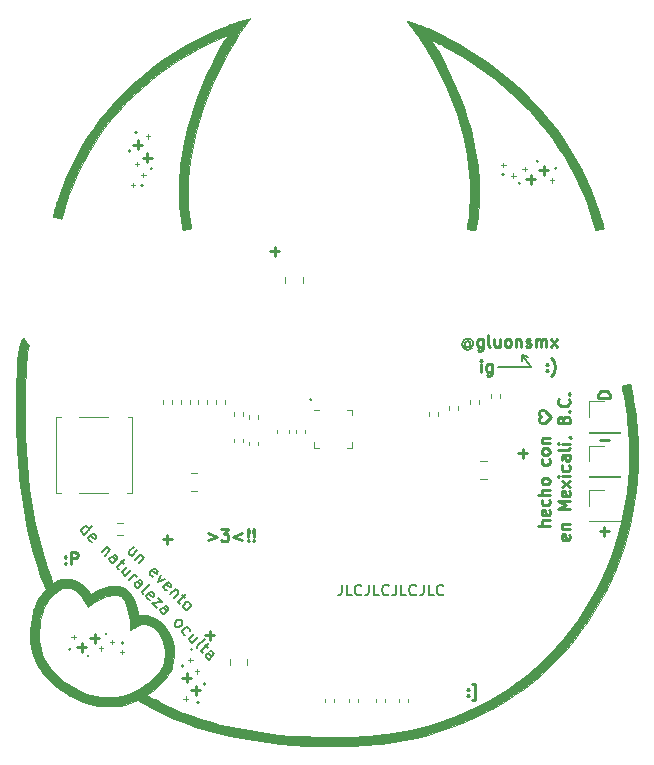
<source format=gbr>
%TF.GenerationSoftware,KiCad,Pcbnew,(6.0.9)*%
%TF.CreationDate,2023-10-21T14:44:12-07:00*%
%TF.ProjectId,pegoste2023,7065676f-7374-4653-9230-32332e6b6963,rev?*%
%TF.SameCoordinates,Original*%
%TF.FileFunction,Legend,Top*%
%TF.FilePolarity,Positive*%
%FSLAX46Y46*%
G04 Gerber Fmt 4.6, Leading zero omitted, Abs format (unit mm)*
G04 Created by KiCad (PCBNEW (6.0.9)) date 2023-10-21 14:44:12*
%MOMM*%
%LPD*%
G01*
G04 APERTURE LIST*
%ADD10C,0.250000*%
%ADD11C,0.200000*%
%ADD12C,0.150000*%
%ADD13C,0.125000*%
%ADD14C,0.120000*%
%ADD15C,0.010000*%
G04 APERTURE END LIST*
D10*
X156439594Y-118570164D02*
X156487213Y-118617783D01*
X156439594Y-118665402D01*
X156391975Y-118617783D01*
X156439594Y-118570164D01*
X156439594Y-118665402D01*
X156439594Y-118046355D02*
X156487213Y-118093974D01*
X156439594Y-118141593D01*
X156391975Y-118093974D01*
X156439594Y-118046355D01*
X156439594Y-118141593D01*
X156820547Y-118998736D02*
X157058642Y-118998736D01*
X157058642Y-117570164D01*
X156820547Y-117570164D01*
X134398719Y-104844939D02*
X135160623Y-105130653D01*
X134398719Y-105416367D01*
X135541576Y-104511605D02*
X136160623Y-104511605D01*
X135827290Y-104892558D01*
X135970147Y-104892558D01*
X136065385Y-104940177D01*
X136113004Y-104987796D01*
X136160623Y-105083034D01*
X136160623Y-105321129D01*
X136113004Y-105416367D01*
X136065385Y-105463986D01*
X135970147Y-105511605D01*
X135684433Y-105511605D01*
X135589195Y-105463986D01*
X135541576Y-105416367D01*
X137351100Y-104844939D02*
X136589195Y-105130653D01*
X137351100Y-105416367D01*
X137827290Y-105416367D02*
X137874909Y-105463986D01*
X137827290Y-105511605D01*
X137779671Y-105463986D01*
X137827290Y-105416367D01*
X137827290Y-105511605D01*
X137827290Y-105130653D02*
X137779671Y-104559225D01*
X137827290Y-104511605D01*
X137874909Y-104559225D01*
X137827290Y-105130653D01*
X137827290Y-104511605D01*
X138303480Y-105416367D02*
X138351100Y-105463986D01*
X138303480Y-105511605D01*
X138255861Y-105463986D01*
X138303480Y-105416367D01*
X138303480Y-105511605D01*
X138303480Y-105130653D02*
X138255861Y-104559225D01*
X138303480Y-104511605D01*
X138351100Y-104559225D01*
X138303480Y-105130653D01*
X138303480Y-104511605D01*
X122340589Y-107333700D02*
X122388208Y-107381319D01*
X122340589Y-107428938D01*
X122292969Y-107381319D01*
X122340589Y-107333700D01*
X122340589Y-107428938D01*
X122340589Y-106809891D02*
X122388208Y-106857510D01*
X122340589Y-106905129D01*
X122292969Y-106857510D01*
X122340589Y-106809891D01*
X122340589Y-106905129D01*
X122816779Y-107428938D02*
X122816779Y-106428938D01*
X123197731Y-106428938D01*
X123292969Y-106476558D01*
X123340589Y-106524177D01*
X123388208Y-106619415D01*
X123388208Y-106762272D01*
X123340589Y-106857510D01*
X123292969Y-106905129D01*
X123197731Y-106952748D01*
X122816779Y-106952748D01*
D11*
X123934892Y-104973848D02*
X124641999Y-104266741D01*
X123968564Y-104940176D02*
X123867548Y-104906505D01*
X123732861Y-104771818D01*
X123699189Y-104670802D01*
X123699189Y-104603459D01*
X123732861Y-104502444D01*
X123934892Y-104300413D01*
X124035907Y-104266741D01*
X124103251Y-104266741D01*
X124204266Y-104300413D01*
X124338953Y-104435100D01*
X124372625Y-104536115D01*
X124574655Y-105546268D02*
X124473640Y-105512596D01*
X124338953Y-105377909D01*
X124305281Y-105276894D01*
X124338953Y-105175879D01*
X124608327Y-104906505D01*
X124709342Y-104872833D01*
X124810357Y-104906505D01*
X124945044Y-105041192D01*
X124978716Y-105142207D01*
X124945044Y-105243222D01*
X124877701Y-105310566D01*
X124473640Y-105041192D01*
X125887853Y-105984001D02*
X125416449Y-106455405D01*
X125820510Y-106051344D02*
X125887853Y-106051344D01*
X125988869Y-106085016D01*
X126089884Y-106186031D01*
X126123556Y-106287046D01*
X126089884Y-106388062D01*
X125719495Y-106758451D01*
X126359258Y-107398214D02*
X126729647Y-107027825D01*
X126763319Y-106926810D01*
X126729647Y-106825794D01*
X126594960Y-106691107D01*
X126493945Y-106657436D01*
X126392930Y-107364542D02*
X126291914Y-107330871D01*
X126123556Y-107162512D01*
X126089884Y-107061497D01*
X126123556Y-106960481D01*
X126190899Y-106893138D01*
X126291914Y-106859466D01*
X126392930Y-106893138D01*
X126561288Y-107061497D01*
X126662304Y-107095168D01*
X127066365Y-107162512D02*
X127335739Y-107431886D01*
X127403082Y-107027825D02*
X126796991Y-107633916D01*
X126763319Y-107734932D01*
X126796991Y-107835947D01*
X126864334Y-107903290D01*
X127874487Y-107970634D02*
X127403082Y-108442038D01*
X127571441Y-107667588D02*
X127201052Y-108037977D01*
X127167380Y-108138993D01*
X127201052Y-108240008D01*
X127302067Y-108341023D01*
X127403082Y-108374695D01*
X127470426Y-108374695D01*
X127739800Y-108778756D02*
X128211204Y-108307351D01*
X128076517Y-108442038D02*
X128177532Y-108408367D01*
X128244876Y-108408367D01*
X128345891Y-108442038D01*
X128413235Y-108509382D01*
X128480578Y-109519534D02*
X128850967Y-109149145D01*
X128884639Y-109048130D01*
X128850967Y-108947115D01*
X128716280Y-108812428D01*
X128615265Y-108778756D01*
X128514250Y-109485863D02*
X128413235Y-109452191D01*
X128244876Y-109283832D01*
X128211204Y-109182817D01*
X128244876Y-109081802D01*
X128312219Y-109014458D01*
X128413235Y-108980786D01*
X128514250Y-109014458D01*
X128682609Y-109182817D01*
X128783624Y-109216489D01*
X128918311Y-109957267D02*
X128884639Y-109856252D01*
X128918311Y-109755237D01*
X129524403Y-109149145D01*
X129490731Y-110462344D02*
X129389716Y-110428672D01*
X129255028Y-110293985D01*
X129221357Y-110192970D01*
X129255028Y-110091954D01*
X129524403Y-109822580D01*
X129625418Y-109788908D01*
X129726433Y-109822580D01*
X129861120Y-109957267D01*
X129894792Y-110058283D01*
X129861120Y-110159298D01*
X129793777Y-110226641D01*
X129389716Y-109957267D01*
X130197838Y-110293985D02*
X130568227Y-110664374D01*
X129726433Y-110765389D01*
X130096822Y-111135779D01*
X130669242Y-111708198D02*
X131039631Y-111337809D01*
X131073303Y-111236794D01*
X131039631Y-111135779D01*
X130904944Y-111001092D01*
X130803929Y-110967420D01*
X130702914Y-111674527D02*
X130601899Y-111640855D01*
X130433540Y-111472496D01*
X130399868Y-111371481D01*
X130433540Y-111270466D01*
X130500883Y-111203122D01*
X130601899Y-111169450D01*
X130702914Y-111203122D01*
X130871273Y-111371481D01*
X130972288Y-111405153D01*
X131645723Y-112684679D02*
X131612051Y-112583664D01*
X131612051Y-112516320D01*
X131645723Y-112415305D01*
X131847753Y-112213275D01*
X131948769Y-112179603D01*
X132016112Y-112179603D01*
X132117127Y-112213275D01*
X132218143Y-112314290D01*
X132251814Y-112415305D01*
X132251814Y-112482649D01*
X132218143Y-112583664D01*
X132016112Y-112785694D01*
X131915097Y-112819366D01*
X131847753Y-112819366D01*
X131746738Y-112785694D01*
X131645723Y-112684679D01*
X132521188Y-113492801D02*
X132420173Y-113459129D01*
X132285486Y-113324442D01*
X132251814Y-113223427D01*
X132251814Y-113156084D01*
X132285486Y-113055068D01*
X132487517Y-112853038D01*
X132588532Y-112819366D01*
X132655875Y-112819366D01*
X132756891Y-112853038D01*
X132891578Y-112987725D01*
X132925249Y-113088740D01*
X133565013Y-113661160D02*
X133093608Y-114132564D01*
X133261967Y-113358114D02*
X132891578Y-113728503D01*
X132857906Y-113829519D01*
X132891578Y-113930534D01*
X132992593Y-114031549D01*
X133093608Y-114065221D01*
X133160952Y-114065221D01*
X133531341Y-114570297D02*
X133497669Y-114469282D01*
X133531341Y-114368267D01*
X134137432Y-113762175D01*
X134171104Y-114267251D02*
X134440478Y-114536625D01*
X134507822Y-114132564D02*
X133901730Y-114738656D01*
X133868058Y-114839671D01*
X133901730Y-114940686D01*
X133969074Y-115008030D01*
X134507822Y-115546778D02*
X134878211Y-115176389D01*
X134911883Y-115075373D01*
X134878211Y-114974358D01*
X134743524Y-114839671D01*
X134642509Y-114805999D01*
X134541493Y-115513106D02*
X134440478Y-115479435D01*
X134272119Y-115311076D01*
X134238448Y-115210060D01*
X134272119Y-115109045D01*
X134339463Y-115041702D01*
X134440478Y-115008030D01*
X134541493Y-115041702D01*
X134709852Y-115210060D01*
X134810867Y-115243732D01*
X128426659Y-106293350D02*
X127955255Y-106764754D01*
X128123614Y-105990304D02*
X127753224Y-106360693D01*
X127719553Y-106461708D01*
X127753224Y-106562724D01*
X127854240Y-106663739D01*
X127955255Y-106697411D01*
X128022598Y-106697411D01*
X128763377Y-106630067D02*
X128291972Y-107101472D01*
X128696033Y-106697411D02*
X128763377Y-106697411D01*
X128864392Y-106731082D01*
X128965407Y-106832098D01*
X128999079Y-106933113D01*
X128965407Y-107034128D01*
X128595018Y-107404517D01*
X129773529Y-108515685D02*
X129672514Y-108482013D01*
X129537827Y-108347326D01*
X129504155Y-108246311D01*
X129537827Y-108145296D01*
X129807201Y-107875922D01*
X129908216Y-107842250D01*
X130009232Y-107875922D01*
X130143919Y-108010609D01*
X130177590Y-108111624D01*
X130143919Y-108212639D01*
X130076575Y-108279983D01*
X129672514Y-108010609D01*
X130480636Y-108347326D02*
X130177590Y-108987090D01*
X130817354Y-108684044D01*
X130918369Y-109660525D02*
X130817354Y-109626853D01*
X130682667Y-109492166D01*
X130648995Y-109391151D01*
X130682667Y-109290135D01*
X130952041Y-109020761D01*
X131053056Y-108987090D01*
X131154071Y-109020761D01*
X131288758Y-109155448D01*
X131322430Y-109256464D01*
X131288758Y-109357479D01*
X131221415Y-109424822D01*
X130817354Y-109155448D01*
X131692819Y-109559509D02*
X131221415Y-110030914D01*
X131625476Y-109626853D02*
X131692819Y-109626853D01*
X131793834Y-109660525D01*
X131894850Y-109761540D01*
X131928521Y-109862555D01*
X131894850Y-109963570D01*
X131524460Y-110333960D01*
X132231567Y-110098257D02*
X132500941Y-110367631D01*
X132568285Y-109963570D02*
X131962193Y-110569662D01*
X131928521Y-110670677D01*
X131962193Y-110771692D01*
X132029537Y-110839036D01*
X132366254Y-111175753D02*
X132332582Y-111074738D01*
X132332582Y-111007395D01*
X132366254Y-110906379D01*
X132568285Y-110704349D01*
X132669300Y-110670677D01*
X132736643Y-110670677D01*
X132837659Y-110704349D01*
X132938674Y-110805364D01*
X132972346Y-110906379D01*
X132972346Y-110973723D01*
X132938674Y-111074738D01*
X132736643Y-111276769D01*
X132635628Y-111310440D01*
X132568285Y-111310440D01*
X132467269Y-111276769D01*
X132366254Y-111175753D01*
D12*
X127282339Y-114130499D02*
G75*
G03*
X127282339Y-114130499I-74020J0D01*
G01*
D10*
X163000000Y-94500000D02*
G75*
G03*
X162700000Y-95000000I-212500J-212500D01*
G01*
D12*
X124347329Y-115237656D02*
G75*
G03*
X124347329Y-115237656I-74020J0D01*
G01*
X125872281Y-113378469D02*
G75*
G03*
X125872281Y-113378469I-74020J0D01*
G01*
X159465701Y-74469501D02*
G75*
G03*
X159465701Y-74469501I-74020J0D01*
G01*
X162400711Y-73362344D02*
G75*
G03*
X162400711Y-73362344I-74020J0D01*
G01*
X161750000Y-90750000D02*
X161000000Y-89750000D01*
X127836364Y-72473309D02*
G75*
G03*
X127836364Y-72473309I-74020J0D01*
G01*
X161000000Y-89750000D02*
X161000000Y-90250000D01*
X163956997Y-73926367D02*
G75*
G03*
X163956997Y-73926367I-74020J0D01*
G01*
X134211676Y-117626691D02*
G75*
G03*
X134211676Y-117626691I-74020J0D01*
G01*
X161000000Y-89750000D02*
X161543433Y-89893285D01*
X128943521Y-75408319D02*
G75*
G03*
X128943521Y-75408319I-74020J0D01*
G01*
X159000000Y-90750000D02*
X161750000Y-90750000D01*
X128400387Y-70917023D02*
G75*
G03*
X128400387Y-70917023I-74020J0D01*
G01*
X133104519Y-114691681D02*
G75*
G03*
X133104519Y-114691681I-74020J0D01*
G01*
X129695551Y-73998261D02*
G75*
G03*
X129695551Y-73998261I-74020J0D01*
G01*
X132352489Y-116101739D02*
G75*
G03*
X132352489Y-116101739I-74020J0D01*
G01*
D10*
X162700000Y-95000000D02*
G75*
G03*
X163000000Y-95500000I87500J-287500D01*
G01*
X163500000Y-95000000D02*
X163000000Y-95500000D01*
D12*
X143198135Y-93546089D02*
G75*
G03*
X143198135Y-93546089I-74020J0D01*
G01*
X122791043Y-114673633D02*
G75*
G03*
X122791043Y-114673633I-74020J0D01*
G01*
X133647653Y-119182977D02*
G75*
G03*
X133647653Y-119182977I-74020J0D01*
G01*
D10*
X163000000Y-94500000D02*
X163500000Y-95000000D01*
D12*
X160875759Y-75221531D02*
G75*
G03*
X160875759Y-75221531I-74020J0D01*
G01*
D10*
X130619047Y-105371428D02*
X131380952Y-105371428D01*
X131000000Y-105752380D02*
X131000000Y-104990476D01*
D13*
X132338150Y-118846353D02*
X132719103Y-118846353D01*
X132528627Y-119036829D02*
X132528627Y-118655877D01*
D10*
X167618866Y-96960164D02*
X168380771Y-96960164D01*
X163352380Y-104190476D02*
X162352380Y-104190476D01*
X163352380Y-103761904D02*
X162828571Y-103761904D01*
X162733333Y-103809523D01*
X162685714Y-103904761D01*
X162685714Y-104047619D01*
X162733333Y-104142857D01*
X162780952Y-104190476D01*
X163304761Y-102904761D02*
X163352380Y-103000000D01*
X163352380Y-103190476D01*
X163304761Y-103285714D01*
X163209523Y-103333333D01*
X162828571Y-103333333D01*
X162733333Y-103285714D01*
X162685714Y-103190476D01*
X162685714Y-103000000D01*
X162733333Y-102904761D01*
X162828571Y-102857142D01*
X162923809Y-102857142D01*
X163019047Y-103333333D01*
X163304761Y-102000000D02*
X163352380Y-102095238D01*
X163352380Y-102285714D01*
X163304761Y-102380952D01*
X163257142Y-102428571D01*
X163161904Y-102476190D01*
X162876190Y-102476190D01*
X162780952Y-102428571D01*
X162733333Y-102380952D01*
X162685714Y-102285714D01*
X162685714Y-102095238D01*
X162733333Y-102000000D01*
X163352380Y-101571428D02*
X162352380Y-101571428D01*
X163352380Y-101142857D02*
X162828571Y-101142857D01*
X162733333Y-101190476D01*
X162685714Y-101285714D01*
X162685714Y-101428571D01*
X162733333Y-101523809D01*
X162780952Y-101571428D01*
X163352380Y-100523809D02*
X163304761Y-100619047D01*
X163257142Y-100666666D01*
X163161904Y-100714285D01*
X162876190Y-100714285D01*
X162780952Y-100666666D01*
X162733333Y-100619047D01*
X162685714Y-100523809D01*
X162685714Y-100380952D01*
X162733333Y-100285714D01*
X162780952Y-100238095D01*
X162876190Y-100190476D01*
X163161904Y-100190476D01*
X163257142Y-100238095D01*
X163304761Y-100285714D01*
X163352380Y-100380952D01*
X163352380Y-100523809D01*
X163304761Y-98571428D02*
X163352380Y-98666666D01*
X163352380Y-98857142D01*
X163304761Y-98952380D01*
X163257142Y-99000000D01*
X163161904Y-99047619D01*
X162876190Y-99047619D01*
X162780952Y-99000000D01*
X162733333Y-98952380D01*
X162685714Y-98857142D01*
X162685714Y-98666666D01*
X162733333Y-98571428D01*
X163352380Y-98000000D02*
X163304761Y-98095238D01*
X163257142Y-98142857D01*
X163161904Y-98190476D01*
X162876190Y-98190476D01*
X162780952Y-98142857D01*
X162733333Y-98095238D01*
X162685714Y-98000000D01*
X162685714Y-97857142D01*
X162733333Y-97761904D01*
X162780952Y-97714285D01*
X162876190Y-97666666D01*
X163161904Y-97666666D01*
X163257142Y-97714285D01*
X163304761Y-97761904D01*
X163352380Y-97857142D01*
X163352380Y-98000000D01*
X162685714Y-97238095D02*
X163352380Y-97238095D01*
X162780952Y-97238095D02*
X162733333Y-97190476D01*
X162685714Y-97095238D01*
X162685714Y-96952380D01*
X162733333Y-96857142D01*
X162828571Y-96809523D01*
X163352380Y-96809523D01*
X157685292Y-88395425D02*
X157685292Y-89204949D01*
X157637673Y-89300187D01*
X157590054Y-89347806D01*
X157494816Y-89395425D01*
X157351959Y-89395425D01*
X157256721Y-89347806D01*
X157685292Y-89014472D02*
X157590054Y-89062091D01*
X157399578Y-89062091D01*
X157304340Y-89014472D01*
X157256721Y-88966853D01*
X157209102Y-88871615D01*
X157209102Y-88585901D01*
X157256721Y-88490663D01*
X157304340Y-88443044D01*
X157399578Y-88395425D01*
X157590054Y-88395425D01*
X157685292Y-88443044D01*
X158304340Y-89062091D02*
X158209102Y-89014472D01*
X158161483Y-88919234D01*
X158161483Y-88062091D01*
X159113864Y-88395425D02*
X159113864Y-89062091D01*
X158685292Y-88395425D02*
X158685292Y-88919234D01*
X158732911Y-89014472D01*
X158828149Y-89062091D01*
X158971006Y-89062091D01*
X159066245Y-89014472D01*
X159113864Y-88966853D01*
X159732911Y-89062091D02*
X159637673Y-89014472D01*
X159590054Y-88966853D01*
X159542435Y-88871615D01*
X159542435Y-88585901D01*
X159590054Y-88490663D01*
X159637673Y-88443044D01*
X159732911Y-88395425D01*
X159875768Y-88395425D01*
X159971006Y-88443044D01*
X160018625Y-88490663D01*
X160066245Y-88585901D01*
X160066245Y-88871615D01*
X160018625Y-88966853D01*
X159971006Y-89014472D01*
X159875768Y-89062091D01*
X159732911Y-89062091D01*
X160494816Y-88395425D02*
X160494816Y-89062091D01*
X160494816Y-88490663D02*
X160542435Y-88443044D01*
X160637673Y-88395425D01*
X160780530Y-88395425D01*
X160875768Y-88443044D01*
X160923387Y-88538282D01*
X160923387Y-89062091D01*
X161351959Y-89014472D02*
X161447197Y-89062091D01*
X161637673Y-89062091D01*
X161732911Y-89014472D01*
X161780530Y-88919234D01*
X161780530Y-88871615D01*
X161732911Y-88776377D01*
X161637673Y-88728758D01*
X161494816Y-88728758D01*
X161399578Y-88681139D01*
X161351959Y-88585901D01*
X161351959Y-88538282D01*
X161399578Y-88443044D01*
X161494816Y-88395425D01*
X161637673Y-88395425D01*
X161732911Y-88443044D01*
X162209102Y-89062091D02*
X162209102Y-88395425D01*
X162209102Y-88490663D02*
X162256721Y-88443044D01*
X162351959Y-88395425D01*
X162494816Y-88395425D01*
X162590054Y-88443044D01*
X162637673Y-88538282D01*
X162637673Y-89062091D01*
X162637673Y-88538282D02*
X162685292Y-88443044D01*
X162780530Y-88395425D01*
X162923387Y-88395425D01*
X163018625Y-88443044D01*
X163066245Y-88538282D01*
X163066245Y-89062091D01*
X163447197Y-89062091D02*
X163971006Y-88395425D01*
X163447197Y-88395425D02*
X163971006Y-89062091D01*
X129282646Y-73419443D02*
X129282646Y-72657538D01*
X129663598Y-73038491D02*
X128901694Y-73038491D01*
D13*
X127150358Y-114722869D02*
X127150358Y-115103822D01*
X126959882Y-114913346D02*
X127340834Y-114913346D01*
D10*
X168452380Y-93361904D02*
X167452380Y-93361904D01*
X167452380Y-93123809D01*
X167500000Y-92980952D01*
X167595238Y-92885714D01*
X167690476Y-92838095D01*
X167880952Y-92790476D01*
X168023809Y-92790476D01*
X168214285Y-92838095D01*
X168309523Y-92885714D01*
X168404761Y-92980952D01*
X168452380Y-93123809D01*
X168452380Y-93361904D01*
X161380556Y-74882646D02*
X162142461Y-74882646D01*
X161761509Y-75263598D02*
X161761509Y-74501694D01*
D13*
X125364285Y-114409523D02*
X125364285Y-114790476D01*
X125173809Y-114600000D02*
X125554761Y-114600000D01*
D10*
X132617353Y-116680556D02*
X132617353Y-117442461D01*
X132236401Y-117061509D02*
X132998305Y-117061509D01*
X160719047Y-98071428D02*
X161480952Y-98071428D01*
X161100000Y-98452380D02*
X161100000Y-97690476D01*
D13*
X132745500Y-115580008D02*
X133126453Y-115580008D01*
X132935977Y-115770484D02*
X132935977Y-115389532D01*
D10*
X163132189Y-91050788D02*
X163179808Y-91098407D01*
X163132189Y-91146026D01*
X163084570Y-91098407D01*
X163132189Y-91050788D01*
X163132189Y-91146026D01*
X163132189Y-90526979D02*
X163179808Y-90574598D01*
X163132189Y-90622217D01*
X163084570Y-90574598D01*
X163132189Y-90526979D01*
X163132189Y-90622217D01*
X163513142Y-91526979D02*
X163560761Y-91479360D01*
X163655999Y-91336503D01*
X163703618Y-91241265D01*
X163751237Y-91098407D01*
X163798856Y-90860312D01*
X163798856Y-90669836D01*
X163751237Y-90431741D01*
X163703618Y-90288884D01*
X163655999Y-90193646D01*
X163560761Y-90050788D01*
X163513142Y-90003169D01*
D13*
X126319991Y-113845500D02*
X126319991Y-114226453D01*
X126129515Y-114035977D02*
X126510467Y-114035977D01*
D10*
X165004761Y-104961904D02*
X165052380Y-105057142D01*
X165052380Y-105247619D01*
X165004761Y-105342857D01*
X164909523Y-105390476D01*
X164528571Y-105390476D01*
X164433333Y-105342857D01*
X164385714Y-105247619D01*
X164385714Y-105057142D01*
X164433333Y-104961904D01*
X164528571Y-104914285D01*
X164623809Y-104914285D01*
X164719047Y-105390476D01*
X164385714Y-104485714D02*
X165052380Y-104485714D01*
X164480952Y-104485714D02*
X164433333Y-104438095D01*
X164385714Y-104342857D01*
X164385714Y-104200000D01*
X164433333Y-104104761D01*
X164528571Y-104057142D01*
X165052380Y-104057142D01*
X165052380Y-102819047D02*
X164052380Y-102819047D01*
X164766666Y-102485714D01*
X164052380Y-102152380D01*
X165052380Y-102152380D01*
X165004761Y-101295238D02*
X165052380Y-101390476D01*
X165052380Y-101580952D01*
X165004761Y-101676190D01*
X164909523Y-101723809D01*
X164528571Y-101723809D01*
X164433333Y-101676190D01*
X164385714Y-101580952D01*
X164385714Y-101390476D01*
X164433333Y-101295238D01*
X164528571Y-101247619D01*
X164623809Y-101247619D01*
X164719047Y-101723809D01*
X165052380Y-100914285D02*
X164385714Y-100390476D01*
X164385714Y-100914285D02*
X165052380Y-100390476D01*
X165052380Y-100009523D02*
X164385714Y-100009523D01*
X164052380Y-100009523D02*
X164100000Y-100057142D01*
X164147619Y-100009523D01*
X164100000Y-99961904D01*
X164052380Y-100009523D01*
X164147619Y-100009523D01*
X165004761Y-99104761D02*
X165052380Y-99200000D01*
X165052380Y-99390476D01*
X165004761Y-99485714D01*
X164957142Y-99533333D01*
X164861904Y-99580952D01*
X164576190Y-99580952D01*
X164480952Y-99533333D01*
X164433333Y-99485714D01*
X164385714Y-99390476D01*
X164385714Y-99200000D01*
X164433333Y-99104761D01*
X165052380Y-98247619D02*
X164528571Y-98247619D01*
X164433333Y-98295238D01*
X164385714Y-98390476D01*
X164385714Y-98580952D01*
X164433333Y-98676190D01*
X165004761Y-98247619D02*
X165052380Y-98342857D01*
X165052380Y-98580952D01*
X165004761Y-98676190D01*
X164909523Y-98723809D01*
X164814285Y-98723809D01*
X164719047Y-98676190D01*
X164671428Y-98580952D01*
X164671428Y-98342857D01*
X164623809Y-98247619D01*
X165052380Y-97628571D02*
X165004761Y-97723809D01*
X164909523Y-97771428D01*
X164052380Y-97771428D01*
X165052380Y-97247619D02*
X164385714Y-97247619D01*
X164052380Y-97247619D02*
X164100000Y-97295238D01*
X164147619Y-97247619D01*
X164100000Y-97200000D01*
X164052380Y-97247619D01*
X164147619Y-97247619D01*
X165004761Y-96723809D02*
X165052380Y-96723809D01*
X165147619Y-96771428D01*
X165195238Y-96819047D01*
X164528571Y-95200000D02*
X164576190Y-95057142D01*
X164623809Y-95009523D01*
X164719047Y-94961904D01*
X164861904Y-94961904D01*
X164957142Y-95009523D01*
X165004761Y-95057142D01*
X165052380Y-95152380D01*
X165052380Y-95533333D01*
X164052380Y-95533333D01*
X164052380Y-95200000D01*
X164100000Y-95104761D01*
X164147619Y-95057142D01*
X164242857Y-95009523D01*
X164338095Y-95009523D01*
X164433333Y-95057142D01*
X164480952Y-95104761D01*
X164528571Y-95200000D01*
X164528571Y-95533333D01*
X164957142Y-94533333D02*
X165004761Y-94485714D01*
X165052380Y-94533333D01*
X165004761Y-94580952D01*
X164957142Y-94533333D01*
X165052380Y-94533333D01*
X164957142Y-93485714D02*
X165004761Y-93533333D01*
X165052380Y-93676190D01*
X165052380Y-93771428D01*
X165004761Y-93914285D01*
X164909523Y-94009523D01*
X164814285Y-94057142D01*
X164623809Y-94104761D01*
X164480952Y-94104761D01*
X164290476Y-94057142D01*
X164195238Y-94009523D01*
X164100000Y-93914285D01*
X164052380Y-93771428D01*
X164052380Y-93676190D01*
X164100000Y-93533333D01*
X164147619Y-93485714D01*
X164957142Y-93057142D02*
X165004761Y-93009523D01*
X165052380Y-93057142D01*
X165004761Y-93104761D01*
X164957142Y-93057142D01*
X165052380Y-93057142D01*
X128495799Y-72333177D02*
X128495799Y-71571272D01*
X128876751Y-71952225D02*
X128114847Y-71952225D01*
X124133177Y-114504200D02*
X123371272Y-114504200D01*
X123752225Y-114123248D02*
X123752225Y-114885152D01*
D13*
X128590476Y-73564285D02*
X128209523Y-73564285D01*
X128400000Y-73373809D02*
X128400000Y-73754761D01*
X133309523Y-116535714D02*
X133690476Y-116535714D01*
X133500000Y-116726190D02*
X133500000Y-116345238D01*
X129561849Y-71253646D02*
X129180896Y-71253646D01*
X129371373Y-71063170D02*
X129371373Y-71444122D01*
D10*
X167619047Y-104671428D02*
X168380952Y-104671428D01*
X168000000Y-105052380D02*
X168000000Y-104290476D01*
X134219047Y-113471428D02*
X134980952Y-113471428D01*
X134600000Y-113852380D02*
X134600000Y-113090476D01*
D13*
X161235714Y-74190476D02*
X161235714Y-73809523D01*
X161426190Y-74000000D02*
X161045238Y-74000000D01*
X159449641Y-73877130D02*
X159449641Y-73496177D01*
X159640117Y-73686654D02*
X159259165Y-73686654D01*
D10*
X157547619Y-91202380D02*
X157547619Y-90535714D01*
X157547619Y-90202380D02*
X157500000Y-90250000D01*
X157547619Y-90297619D01*
X157595238Y-90250000D01*
X157547619Y-90202380D01*
X157547619Y-90297619D01*
X158452380Y-90535714D02*
X158452380Y-91345238D01*
X158404761Y-91440476D01*
X158357142Y-91488095D01*
X158261904Y-91535714D01*
X158119047Y-91535714D01*
X158023809Y-91488095D01*
X158452380Y-91154761D02*
X158357142Y-91202380D01*
X158166666Y-91202380D01*
X158071428Y-91154761D01*
X158023809Y-91107142D01*
X157976190Y-91011904D01*
X157976190Y-90726190D01*
X158023809Y-90630952D01*
X158071428Y-90583333D01*
X158166666Y-90535714D01*
X158357142Y-90535714D01*
X158452380Y-90583333D01*
X133404200Y-117766822D02*
X133404200Y-118528727D01*
X133023248Y-118147775D02*
X133785152Y-118147775D01*
X162466822Y-74095799D02*
X163228727Y-74095799D01*
X162847775Y-74476751D02*
X162847775Y-73714847D01*
D13*
X123053646Y-113438150D02*
X123053646Y-113819103D01*
X122863170Y-113628627D02*
X123244122Y-113628627D01*
D10*
X139719047Y-80971428D02*
X140480952Y-80971428D01*
X140100000Y-81352380D02*
X140100000Y-80590476D01*
D13*
X128277130Y-75350358D02*
X127896177Y-75350358D01*
X128086654Y-75159882D02*
X128086654Y-75540834D01*
D12*
X156611757Y-88702507D02*
X156564138Y-88654888D01*
X156468900Y-88607269D01*
X156373662Y-88607269D01*
X156278424Y-88654888D01*
X156230805Y-88702507D01*
X156183186Y-88797745D01*
X156183186Y-88892983D01*
X156230805Y-88988221D01*
X156278424Y-89035840D01*
X156373662Y-89083459D01*
X156468900Y-89083459D01*
X156564138Y-89035840D01*
X156611757Y-88988221D01*
X156611757Y-88607269D02*
X156611757Y-88988221D01*
X156659376Y-89035840D01*
X156706995Y-89035840D01*
X156802233Y-88988221D01*
X156849852Y-88892983D01*
X156849852Y-88654888D01*
X156754614Y-88512031D01*
X156611757Y-88416793D01*
X156421281Y-88369174D01*
X156230805Y-88416793D01*
X156087948Y-88512031D01*
X155992710Y-88654888D01*
X155945091Y-88845364D01*
X155992710Y-89035840D01*
X156087948Y-89178697D01*
X156230805Y-89273936D01*
X156421281Y-89321555D01*
X156611757Y-89273936D01*
X156754614Y-89178697D01*
D13*
X160280008Y-74754499D02*
X160280008Y-74373546D01*
X160470484Y-74564023D02*
X160089532Y-74564023D01*
X129154499Y-74519991D02*
X128773546Y-74519991D01*
X128964023Y-74329515D02*
X128964023Y-74710467D01*
D12*
X145742857Y-109207142D02*
X145742857Y-109850000D01*
X145700000Y-109978571D01*
X145614285Y-110064285D01*
X145485714Y-110107142D01*
X145400000Y-110107142D01*
X146600000Y-110107142D02*
X146171428Y-110107142D01*
X146171428Y-109207142D01*
X147414285Y-110021428D02*
X147371428Y-110064285D01*
X147242857Y-110107142D01*
X147157142Y-110107142D01*
X147028571Y-110064285D01*
X146942857Y-109978571D01*
X146900000Y-109892857D01*
X146857142Y-109721428D01*
X146857142Y-109592857D01*
X146900000Y-109421428D01*
X146942857Y-109335714D01*
X147028571Y-109250000D01*
X147157142Y-109207142D01*
X147242857Y-109207142D01*
X147371428Y-109250000D01*
X147414285Y-109292857D01*
X148057142Y-109207142D02*
X148057142Y-109850000D01*
X148014285Y-109978571D01*
X147928571Y-110064285D01*
X147800000Y-110107142D01*
X147714285Y-110107142D01*
X148914285Y-110107142D02*
X148485714Y-110107142D01*
X148485714Y-109207142D01*
X149728571Y-110021428D02*
X149685714Y-110064285D01*
X149557142Y-110107142D01*
X149471428Y-110107142D01*
X149342857Y-110064285D01*
X149257142Y-109978571D01*
X149214285Y-109892857D01*
X149171428Y-109721428D01*
X149171428Y-109592857D01*
X149214285Y-109421428D01*
X149257142Y-109335714D01*
X149342857Y-109250000D01*
X149471428Y-109207142D01*
X149557142Y-109207142D01*
X149685714Y-109250000D01*
X149728571Y-109292857D01*
X150371428Y-109207142D02*
X150371428Y-109850000D01*
X150328571Y-109978571D01*
X150242857Y-110064285D01*
X150114285Y-110107142D01*
X150028571Y-110107142D01*
X151228571Y-110107142D02*
X150800000Y-110107142D01*
X150800000Y-109207142D01*
X152042857Y-110021428D02*
X152000000Y-110064285D01*
X151871428Y-110107142D01*
X151785714Y-110107142D01*
X151657142Y-110064285D01*
X151571428Y-109978571D01*
X151528571Y-109892857D01*
X151485714Y-109721428D01*
X151485714Y-109592857D01*
X151528571Y-109421428D01*
X151571428Y-109335714D01*
X151657142Y-109250000D01*
X151785714Y-109207142D01*
X151871428Y-109207142D01*
X152000000Y-109250000D01*
X152042857Y-109292857D01*
X152685714Y-109207142D02*
X152685714Y-109850000D01*
X152642857Y-109978571D01*
X152557142Y-110064285D01*
X152428571Y-110107142D01*
X152342857Y-110107142D01*
X153542857Y-110107142D02*
X153114285Y-110107142D01*
X153114285Y-109207142D01*
X154357142Y-110021428D02*
X154314285Y-110064285D01*
X154185714Y-110107142D01*
X154100000Y-110107142D01*
X153971428Y-110064285D01*
X153885714Y-109978571D01*
X153842857Y-109892857D01*
X153800000Y-109721428D01*
X153800000Y-109592857D01*
X153842857Y-109421428D01*
X153885714Y-109335714D01*
X153971428Y-109250000D01*
X154100000Y-109207142D01*
X154185714Y-109207142D01*
X154314285Y-109250000D01*
X154357142Y-109292857D01*
D13*
X163546353Y-75161849D02*
X163546353Y-74780896D01*
X163736829Y-74971373D02*
X163355877Y-74971373D01*
D10*
X125219443Y-113717353D02*
X124457538Y-113717353D01*
X124838491Y-113336401D02*
X124838491Y-114098305D01*
D14*
%TO.C,R7*%
X132880000Y-93596359D02*
X132880000Y-93903641D01*
X132120000Y-93596359D02*
X132120000Y-93903641D01*
%TO.C,R17*%
X137870000Y-97096359D02*
X137870000Y-97403641D01*
X138630000Y-97096359D02*
X138630000Y-97403641D01*
%TO.C,D4*%
X133511252Y-101235000D02*
X132988748Y-101235000D01*
X133511252Y-99765000D02*
X132988748Y-99765000D01*
%TO.C,R6*%
X130620000Y-93596359D02*
X130620000Y-93903641D01*
X131380000Y-93596359D02*
X131380000Y-93903641D01*
%TO.C,SW1*%
X127550000Y-101460000D02*
X127960000Y-101460000D01*
X121950000Y-95040000D02*
X121540000Y-95040000D01*
X123550000Y-101460000D02*
X125950000Y-101460000D01*
X125950000Y-95040000D02*
X123550000Y-95040000D01*
X127960000Y-95040000D02*
X127680000Y-95040000D01*
X127960000Y-101460000D02*
X127960000Y-95040000D01*
X121540000Y-95040000D02*
X121540000Y-101460000D01*
X121540000Y-101460000D02*
X121950000Y-101460000D01*
%TO.C,R13*%
X153880000Y-94903641D02*
X153880000Y-94596359D01*
X153120000Y-94903641D02*
X153120000Y-94596359D01*
%TO.C,D2*%
X140971514Y-83641555D02*
X140971514Y-83119051D01*
X142441514Y-83641555D02*
X142441514Y-83119051D01*
%TO.C,C1*%
X142610000Y-96357836D02*
X142610000Y-96142164D01*
X141890000Y-96357836D02*
X141890000Y-96142164D01*
%TO.C,J2*%
X166670000Y-102500000D02*
X166670000Y-101170000D01*
X169330000Y-103770000D02*
X169330000Y-103830000D01*
X166670000Y-103830000D02*
X169330000Y-103830000D01*
X166670000Y-103770000D02*
X169330000Y-103770000D01*
X166670000Y-103770000D02*
X166670000Y-103830000D01*
X166670000Y-101170000D02*
X168000000Y-101170000D01*
%TO.C,D3*%
X157488748Y-98765000D02*
X158011252Y-98765000D01*
X157488748Y-100235000D02*
X158011252Y-100235000D01*
%TO.C,C2*%
X141260000Y-96390580D02*
X141260000Y-96109420D01*
X140240000Y-96390580D02*
X140240000Y-96109420D01*
%TO.C,R15*%
X137380000Y-94903641D02*
X137380000Y-94596359D01*
X136620000Y-94903641D02*
X136620000Y-94596359D01*
%TO.C,R16*%
X138630000Y-94846359D02*
X138630000Y-95153641D01*
X137870000Y-94846359D02*
X137870000Y-95153641D01*
%TO.C,D1*%
X137735000Y-115973752D02*
X137735000Y-115451248D01*
X136265000Y-115973752D02*
X136265000Y-115451248D01*
%TO.C,R9*%
X135120000Y-93586359D02*
X135120000Y-93893641D01*
X135880000Y-93586359D02*
X135880000Y-93893641D01*
%TO.C,J1*%
X166670000Y-100020000D02*
X166670000Y-100080000D01*
X166670000Y-100080000D02*
X169330000Y-100080000D01*
X169330000Y-100020000D02*
X169330000Y-100080000D01*
X166670000Y-97420000D02*
X168000000Y-97420000D01*
X166670000Y-98750000D02*
X166670000Y-97420000D01*
X166670000Y-100020000D02*
X169330000Y-100020000D01*
%TO.C,R14*%
X137380000Y-97153641D02*
X137380000Y-96846359D01*
X136620000Y-97153641D02*
X136620000Y-96846359D01*
%TO.C,R2*%
X144370000Y-118846359D02*
X144370000Y-119153641D01*
X145130000Y-118846359D02*
X145130000Y-119153641D01*
%TO.C,R1*%
X127237258Y-103977500D02*
X126762742Y-103977500D01*
X127237258Y-105022500D02*
X126762742Y-105022500D01*
%TO.C,R8*%
X133620000Y-93596359D02*
X133620000Y-93903641D01*
X134380000Y-93596359D02*
X134380000Y-93903641D01*
%TO.C,U1*%
X146160000Y-97610000D02*
X146610000Y-97610000D01*
X146610000Y-97610000D02*
X146610000Y-97160000D01*
X146160000Y-94390000D02*
X146610000Y-94390000D01*
X146610000Y-94390000D02*
X146610000Y-94840000D01*
X143840000Y-97610000D02*
X143390000Y-97610000D01*
X143390000Y-97610000D02*
X143390000Y-97160000D01*
X143840000Y-94390000D02*
X143390000Y-94390000D01*
%TO.C,R11*%
X157380000Y-93903641D02*
X157380000Y-93596359D01*
X156620000Y-93903641D02*
X156620000Y-93596359D01*
%TO.C,R4*%
X148620000Y-118846359D02*
X148620000Y-119153641D01*
X149380000Y-118846359D02*
X149380000Y-119153641D01*
%TO.C,R10*%
X159130000Y-93403641D02*
X159130000Y-93096359D01*
X158370000Y-93403641D02*
X158370000Y-93096359D01*
%TO.C,Ref\u002A\u002A*%
G36*
X119373797Y-113010253D02*
G01*
X119414153Y-112523480D01*
X119488190Y-112043565D01*
X119595731Y-111576772D01*
X119650819Y-111386229D01*
X119764378Y-111052393D01*
X119893065Y-110738053D01*
X120034492Y-110447672D01*
X120186272Y-110185711D01*
X120346015Y-109956635D01*
X120511333Y-109764904D01*
X120527155Y-109748880D01*
X120682806Y-109593230D01*
X120589197Y-109361514D01*
X120239391Y-108447272D01*
X119917813Y-107505988D01*
X119624258Y-106536842D01*
X119358523Y-105539016D01*
X119120402Y-104511687D01*
X118909692Y-103454038D01*
X118726189Y-102365248D01*
X118571695Y-101260430D01*
X118506780Y-100722367D01*
X118448614Y-100188655D01*
X118396582Y-99651906D01*
X118350069Y-99104732D01*
X118308461Y-98539748D01*
X118271142Y-97949565D01*
X118237498Y-97326798D01*
X118227830Y-97128299D01*
X118222998Y-97001450D01*
X118218620Y-96836248D01*
X118214698Y-96636480D01*
X118211229Y-96405933D01*
X118208216Y-96148393D01*
X118205657Y-95867648D01*
X118203552Y-95567483D01*
X118201901Y-95251686D01*
X118200705Y-94924043D01*
X118199963Y-94588342D01*
X118199674Y-94248368D01*
X118199840Y-93907909D01*
X118200459Y-93570751D01*
X118201532Y-93240681D01*
X118203058Y-92921486D01*
X118205038Y-92616952D01*
X118207472Y-92330867D01*
X118210359Y-92067016D01*
X118213699Y-91829187D01*
X118217492Y-91621167D01*
X118221738Y-91446742D01*
X118226437Y-91309698D01*
X118227970Y-91275716D01*
X118250325Y-90852809D01*
X118274472Y-90470256D01*
X118300690Y-90126103D01*
X118329258Y-89818399D01*
X118360456Y-89545191D01*
X118394564Y-89304525D01*
X118431861Y-89094449D01*
X118472625Y-88913011D01*
X118517138Y-88758257D01*
X118565677Y-88628235D01*
X118618524Y-88520992D01*
X118623351Y-88512645D01*
X118666253Y-88450268D01*
X118716205Y-88393233D01*
X118765025Y-88349076D01*
X118804527Y-88325334D01*
X118824873Y-88327065D01*
X118841193Y-88349446D01*
X118877080Y-88400758D01*
X118928319Y-88474908D01*
X118990696Y-88565805D01*
X119044739Y-88644948D01*
X119249720Y-88945765D01*
X119208015Y-89110615D01*
X119169204Y-89288357D01*
X119133552Y-89502617D01*
X119100993Y-89754152D01*
X119071463Y-90043716D01*
X119044899Y-90372066D01*
X119021237Y-90739956D01*
X119000412Y-91148143D01*
X118982360Y-91597382D01*
X118973077Y-91878966D01*
X118968797Y-92046849D01*
X118965029Y-92250624D01*
X118961773Y-92485642D01*
X118959028Y-92747256D01*
X118956794Y-93030818D01*
X118955070Y-93331681D01*
X118953857Y-93645198D01*
X118953154Y-93966719D01*
X118952961Y-94291599D01*
X118953277Y-94615190D01*
X118954103Y-94932843D01*
X118955437Y-95239912D01*
X118957281Y-95531748D01*
X118959633Y-95803705D01*
X118962494Y-96051135D01*
X118965862Y-96269389D01*
X118969738Y-96453822D01*
X118973344Y-96577966D01*
X119025204Y-97749615D01*
X119099148Y-98886176D01*
X119195382Y-99988806D01*
X119314114Y-101058660D01*
X119455555Y-102096893D01*
X119619910Y-103104663D01*
X119807389Y-104083124D01*
X120018199Y-105033434D01*
X120252550Y-105956747D01*
X120510648Y-106854221D01*
X120792702Y-107727010D01*
X121098921Y-108576271D01*
X121165177Y-108748799D01*
X121206936Y-108856236D01*
X121243029Y-108948798D01*
X121270821Y-109019747D01*
X121287674Y-109062348D01*
X121291516Y-109071647D01*
X121309681Y-109063821D01*
X121355990Y-109038418D01*
X121422453Y-108999915D01*
X121468245Y-108972648D01*
X121731037Y-108837634D01*
X121999504Y-108744068D01*
X122271379Y-108691815D01*
X122544395Y-108680743D01*
X122816282Y-108710717D01*
X123084774Y-108781603D01*
X123347603Y-108893268D01*
X123602500Y-109045579D01*
X123682511Y-109103248D01*
X123808186Y-109206333D01*
X123947079Y-109334705D01*
X124089223Y-109478229D01*
X124224652Y-109626771D01*
X124343400Y-109770197D01*
X124361420Y-109793617D01*
X124506321Y-109984331D01*
X124591988Y-109931170D01*
X124688434Y-109875677D01*
X124814215Y-109809659D01*
X124959183Y-109737861D01*
X125113192Y-109665026D01*
X125266093Y-109595902D01*
X125407739Y-109535231D01*
X125527982Y-109487760D01*
X125578231Y-109470016D01*
X125819616Y-109396980D01*
X126040007Y-109346584D01*
X126252593Y-109316502D01*
X126470565Y-109304405D01*
X126519156Y-109303929D01*
X126720730Y-109309356D01*
X126892722Y-109328257D01*
X127046367Y-109362876D01*
X127192902Y-109415456D01*
X127281156Y-109456100D01*
X127482062Y-109576343D01*
X127666090Y-109730686D01*
X127834256Y-109920445D01*
X127987579Y-110146934D01*
X128127074Y-110411467D01*
X128251963Y-110710538D01*
X128299482Y-110849325D01*
X128349759Y-111015876D01*
X128399077Y-111196119D01*
X128443721Y-111375983D01*
X128479975Y-111541395D01*
X128499478Y-111647846D01*
X128525766Y-111810801D01*
X128654878Y-111793216D01*
X128817546Y-111779022D01*
X128997706Y-111776533D01*
X129179802Y-111785121D01*
X129348276Y-111804154D01*
X129460052Y-111825805D01*
X129716352Y-111909062D01*
X129969704Y-112031535D01*
X130216261Y-112190119D01*
X130452176Y-112381707D01*
X130673604Y-112603192D01*
X130876696Y-112851467D01*
X131049038Y-113109132D01*
X131216009Y-113426068D01*
X131349415Y-113764709D01*
X131448803Y-114120383D01*
X131513719Y-114488416D01*
X131543709Y-114864136D01*
X131538318Y-115242869D01*
X131497093Y-115619943D01*
X131419580Y-115990683D01*
X131351333Y-116220632D01*
X131276349Y-116420740D01*
X131186640Y-116610973D01*
X131078338Y-116797107D01*
X130947576Y-116984917D01*
X130790487Y-117180179D01*
X130603203Y-117388667D01*
X130489850Y-117507043D01*
X130273088Y-117722460D01*
X130065925Y-117913014D01*
X129855543Y-118089752D01*
X129629120Y-118263719D01*
X129517717Y-118344661D01*
X129429202Y-118408733D01*
X129353928Y-118464592D01*
X129298213Y-118507445D01*
X129268374Y-118532498D01*
X129265136Y-118536348D01*
X129280630Y-118552522D01*
X129329485Y-118585643D01*
X129407406Y-118633318D01*
X129510097Y-118693154D01*
X129633264Y-118762757D01*
X129772609Y-118839734D01*
X129923839Y-118921691D01*
X130082657Y-119006235D01*
X130244768Y-119090971D01*
X130405877Y-119173507D01*
X130434990Y-119188223D01*
X131255094Y-119581753D01*
X132091655Y-119943070D01*
X132948210Y-120273474D01*
X133828296Y-120574267D01*
X134735448Y-120846750D01*
X135483240Y-121045278D01*
X136423986Y-121265478D01*
X137386388Y-121459616D01*
X138371858Y-121627834D01*
X139381810Y-121770272D01*
X140417658Y-121887073D01*
X141480816Y-121978375D01*
X142572696Y-122044322D01*
X143694714Y-122085054D01*
X144848282Y-122100711D01*
X145976785Y-122092454D01*
X146363348Y-122084685D01*
X146715753Y-122074948D01*
X147042149Y-122062804D01*
X147350684Y-122047815D01*
X147649507Y-122029540D01*
X147946764Y-122007542D01*
X148250606Y-121981381D01*
X148521906Y-121955367D01*
X149566932Y-121831252D01*
X150594327Y-121669367D01*
X151603716Y-121469854D01*
X152594723Y-121232857D01*
X153566971Y-120958516D01*
X154520085Y-120646973D01*
X155453690Y-120298371D01*
X156367410Y-119912852D01*
X157260868Y-119490558D01*
X158133689Y-119031631D01*
X158985497Y-118536212D01*
X159815916Y-118004445D01*
X160624572Y-117436470D01*
X160777406Y-117323216D01*
X161433824Y-116811360D01*
X162083164Y-116263102D01*
X162719195Y-115684365D01*
X163335684Y-115081072D01*
X163926397Y-114459148D01*
X164485103Y-113824514D01*
X164588000Y-113701933D01*
X165189636Y-112946803D01*
X165760898Y-112163198D01*
X166300594Y-111353307D01*
X166807536Y-110519318D01*
X167280534Y-109663423D01*
X167718398Y-108787808D01*
X168119940Y-107894664D01*
X168483969Y-106986180D01*
X168809296Y-106064545D01*
X168912620Y-105743029D01*
X169170511Y-104868720D01*
X169394118Y-103999870D01*
X169584471Y-103130573D01*
X169742599Y-102254922D01*
X169869532Y-101367009D01*
X169966297Y-100460930D01*
X170033924Y-99530776D01*
X170050222Y-99213216D01*
X170056390Y-99042483D01*
X170060889Y-98839097D01*
X170063779Y-98609960D01*
X170065116Y-98361974D01*
X170064956Y-98102043D01*
X170063359Y-97837068D01*
X170060380Y-97573953D01*
X170056077Y-97319599D01*
X170050508Y-97080910D01*
X170043730Y-96864788D01*
X170035799Y-96678136D01*
X170028086Y-96546216D01*
X169982274Y-95950261D01*
X169929245Y-95385887D01*
X169867646Y-94842752D01*
X169796127Y-94310510D01*
X169713336Y-93778818D01*
X169617921Y-93237333D01*
X169548211Y-92873799D01*
X169520868Y-92735255D01*
X169496253Y-92610445D01*
X169475557Y-92505412D01*
X169459970Y-92426193D01*
X169450681Y-92378831D01*
X169448625Y-92368208D01*
X169467132Y-92359418D01*
X169519068Y-92343573D01*
X169596485Y-92322574D01*
X169691437Y-92298320D01*
X169795976Y-92272712D01*
X169902157Y-92247650D01*
X170002031Y-92225032D01*
X170087652Y-92206760D01*
X170151074Y-92194734D01*
X170184348Y-92190852D01*
X170187303Y-92191605D01*
X170193704Y-92214829D01*
X170206630Y-92273857D01*
X170224962Y-92362859D01*
X170247578Y-92476001D01*
X170273360Y-92607452D01*
X170301185Y-92751379D01*
X170329935Y-92901951D01*
X170358488Y-93053334D01*
X170385725Y-93199698D01*
X170410524Y-93335210D01*
X170431767Y-93454038D01*
X170448331Y-93550349D01*
X170448462Y-93551132D01*
X170520790Y-94004373D01*
X170584174Y-94443971D01*
X170639779Y-94880094D01*
X170688773Y-95322906D01*
X170732325Y-95782577D01*
X170771600Y-96269272D01*
X170789938Y-96525049D01*
X170798581Y-96677471D01*
X170806196Y-96865429D01*
X170812724Y-97082135D01*
X170818110Y-97320804D01*
X170822294Y-97574648D01*
X170825220Y-97836880D01*
X170826829Y-98100715D01*
X170827064Y-98359365D01*
X170825866Y-98606043D01*
X170823179Y-98833964D01*
X170818945Y-99036339D01*
X170813105Y-99206383D01*
X170812802Y-99213216D01*
X170749133Y-100236780D01*
X170650875Y-101238406D01*
X170517461Y-102221344D01*
X170348323Y-103188847D01*
X170142896Y-104144166D01*
X169900612Y-105090553D01*
X169628380Y-106007716D01*
X169304840Y-106960548D01*
X168944212Y-107895622D01*
X168547278Y-108811832D01*
X168114820Y-109708071D01*
X167647621Y-110583233D01*
X167146464Y-111436211D01*
X166612131Y-112265898D01*
X166045405Y-113071189D01*
X165447068Y-113850977D01*
X164817902Y-114604155D01*
X164158690Y-115329618D01*
X163470216Y-116026258D01*
X162753260Y-116692969D01*
X162008606Y-117328645D01*
X161237037Y-117932179D01*
X161147823Y-117998581D01*
X160333634Y-118575204D01*
X159495748Y-119116989D01*
X158635047Y-119623564D01*
X157752415Y-120094557D01*
X156848733Y-120529596D01*
X155924885Y-120928310D01*
X154981752Y-121290327D01*
X154020218Y-121615275D01*
X153041166Y-121902783D01*
X152045477Y-122152478D01*
X151034035Y-122363989D01*
X150596240Y-122442807D01*
X150078118Y-122527103D01*
X149564246Y-122601327D01*
X149050294Y-122665749D01*
X148531934Y-122720637D01*
X148004838Y-122766261D01*
X147464679Y-122802889D01*
X146907128Y-122830791D01*
X146327857Y-122850235D01*
X145722538Y-122861492D01*
X145086844Y-122864830D01*
X144416446Y-122860519D01*
X143981656Y-122854125D01*
X142800738Y-122818741D01*
X141644099Y-122754661D01*
X140512587Y-122662021D01*
X139407052Y-122540956D01*
X138328343Y-122391600D01*
X137277310Y-122214091D01*
X136254801Y-122008562D01*
X135261666Y-121775150D01*
X134298754Y-121513989D01*
X133366915Y-121225216D01*
X133017323Y-121106947D01*
X132286063Y-120840283D01*
X131565030Y-120550983D01*
X130860088Y-120241773D01*
X130177100Y-119915377D01*
X129521930Y-119574521D01*
X128900441Y-119221929D01*
X128696130Y-119098807D01*
X128473321Y-118962394D01*
X128268822Y-119049675D01*
X127832311Y-119214722D01*
X127368519Y-119349145D01*
X126880212Y-119452144D01*
X126876343Y-119452817D01*
X126734182Y-119471963D01*
X126559108Y-119486783D01*
X126360325Y-119497222D01*
X126147034Y-119503224D01*
X125928442Y-119504731D01*
X125713750Y-119501689D01*
X125512164Y-119494042D01*
X125332886Y-119481733D01*
X125185121Y-119464707D01*
X125175073Y-119463160D01*
X124656753Y-119360692D01*
X124140572Y-119217231D01*
X123630294Y-119034086D01*
X123129683Y-118812567D01*
X122772985Y-118627646D01*
X122599079Y-118527649D01*
X122406011Y-118409737D01*
X122203430Y-118280307D01*
X122000984Y-118145755D01*
X121808321Y-118012477D01*
X121635090Y-117886871D01*
X121507381Y-117788561D01*
X121132547Y-117465174D01*
X120791174Y-117121610D01*
X120484479Y-116759668D01*
X120213678Y-116381146D01*
X119979988Y-115987841D01*
X119784628Y-115581553D01*
X119628813Y-115164080D01*
X119552668Y-114900672D01*
X119456556Y-114449094D01*
X119394823Y-113979323D01*
X119370523Y-113554105D01*
X120130259Y-113554105D01*
X120164210Y-114023981D01*
X120192323Y-114240827D01*
X120275306Y-114658086D01*
X120398473Y-115062146D01*
X120561585Y-115452379D01*
X120764402Y-115828159D01*
X120850043Y-115964301D01*
X120947885Y-116109893D01*
X121041106Y-116238919D01*
X121136876Y-116359974D01*
X121242362Y-116481653D01*
X121364736Y-116612553D01*
X121511165Y-116761269D01*
X121532376Y-116782393D01*
X121887983Y-117108491D01*
X122279990Y-117415816D01*
X122709098Y-117704866D01*
X123176009Y-117976140D01*
X123322896Y-118053787D01*
X123734201Y-118251803D01*
X124136869Y-118414525D01*
X124540384Y-118544919D01*
X124954226Y-118645954D01*
X125387880Y-118720593D01*
X125503156Y-118735808D01*
X125587264Y-118742447D01*
X125704121Y-118746408D01*
X125844235Y-118747847D01*
X125998118Y-118746921D01*
X126156279Y-118743788D01*
X126309227Y-118738605D01*
X126447474Y-118731529D01*
X126561529Y-118722716D01*
X126608030Y-118717512D01*
X127061820Y-118637111D01*
X127509783Y-118515080D01*
X127950934Y-118351849D01*
X128384282Y-118147843D01*
X128808839Y-117903490D01*
X129223618Y-117619217D01*
X129323740Y-117543450D01*
X129413216Y-117469978D01*
X129522365Y-117373299D01*
X129645007Y-117259546D01*
X129774964Y-117134852D01*
X129906057Y-117005351D01*
X130032106Y-116877174D01*
X130146933Y-116756456D01*
X130244359Y-116649330D01*
X130318204Y-116561927D01*
X130336589Y-116538132D01*
X130478866Y-116319759D01*
X130592291Y-116082621D01*
X130678015Y-115822976D01*
X130737193Y-115537084D01*
X130770975Y-115221203D01*
X130776762Y-115109382D01*
X130772322Y-114753074D01*
X130730966Y-114411682D01*
X130653468Y-114087273D01*
X130540606Y-113781911D01*
X130393153Y-113497663D01*
X130211886Y-113236594D01*
X129997581Y-113000771D01*
X129978053Y-112982132D01*
X129772397Y-112808924D01*
X129566442Y-112677628D01*
X129359193Y-112587828D01*
X129149652Y-112539109D01*
X128936822Y-112531055D01*
X128902220Y-112533528D01*
X128780252Y-112549093D01*
X128666927Y-112575848D01*
X128553683Y-112617336D01*
X128431957Y-112677097D01*
X128293187Y-112758673D01*
X128177034Y-112833485D01*
X128078012Y-112898553D01*
X127992199Y-112954235D01*
X127925390Y-112996830D01*
X127883377Y-113022634D01*
X127871511Y-113028698D01*
X127869033Y-113007282D01*
X127864420Y-112950373D01*
X127858167Y-112864730D01*
X127850769Y-112757113D01*
X127843310Y-112643466D01*
X127807975Y-112234267D01*
X127756655Y-111853823D01*
X127689842Y-111503976D01*
X127608030Y-111186570D01*
X127511715Y-110903448D01*
X127401390Y-110656453D01*
X127277549Y-110447427D01*
X127240832Y-110396372D01*
X127139849Y-110275720D01*
X127039356Y-110188704D01*
X126927797Y-110128376D01*
X126793618Y-110087791D01*
X126698250Y-110070150D01*
X126511779Y-110058569D01*
X126301375Y-110076316D01*
X126071856Y-110121648D01*
X125828042Y-110192819D01*
X125574751Y-110288085D01*
X125316800Y-110405703D01*
X125059009Y-110543928D01*
X124806196Y-110701016D01*
X124645906Y-110813081D01*
X124556079Y-110878784D01*
X124469202Y-110942155D01*
X124396453Y-110995047D01*
X124356376Y-111024029D01*
X124267928Y-111087670D01*
X124136903Y-110849568D01*
X123953734Y-110540486D01*
X123764987Y-110268186D01*
X123571542Y-110033313D01*
X123374275Y-109836509D01*
X123174066Y-109678418D01*
X122971792Y-109559684D01*
X122768332Y-109480950D01*
X122564563Y-109442861D01*
X122361364Y-109446058D01*
X122248923Y-109465941D01*
X122103445Y-109509840D01*
X121955972Y-109574717D01*
X121801904Y-109663457D01*
X121636643Y-109778943D01*
X121455592Y-109924060D01*
X121296163Y-110063541D01*
X121131274Y-110219772D01*
X120995208Y-110367408D01*
X120879408Y-110517722D01*
X120775316Y-110681988D01*
X120674375Y-110871480D01*
X120658667Y-110903412D01*
X120486592Y-111302588D01*
X120347279Y-111724817D01*
X120241360Y-112165591D01*
X120169463Y-112620402D01*
X120132220Y-113084742D01*
X120130259Y-113554105D01*
X119370523Y-113554105D01*
X119367295Y-113497621D01*
X119373797Y-113010253D01*
G37*
D15*
X119373797Y-113010253D02*
X119414153Y-112523480D01*
X119488190Y-112043565D01*
X119595731Y-111576772D01*
X119650819Y-111386229D01*
X119764378Y-111052393D01*
X119893065Y-110738053D01*
X120034492Y-110447672D01*
X120186272Y-110185711D01*
X120346015Y-109956635D01*
X120511333Y-109764904D01*
X120527155Y-109748880D01*
X120682806Y-109593230D01*
X120589197Y-109361514D01*
X120239391Y-108447272D01*
X119917813Y-107505988D01*
X119624258Y-106536842D01*
X119358523Y-105539016D01*
X119120402Y-104511687D01*
X118909692Y-103454038D01*
X118726189Y-102365248D01*
X118571695Y-101260430D01*
X118506780Y-100722367D01*
X118448614Y-100188655D01*
X118396582Y-99651906D01*
X118350069Y-99104732D01*
X118308461Y-98539748D01*
X118271142Y-97949565D01*
X118237498Y-97326798D01*
X118227830Y-97128299D01*
X118222998Y-97001450D01*
X118218620Y-96836248D01*
X118214698Y-96636480D01*
X118211229Y-96405933D01*
X118208216Y-96148393D01*
X118205657Y-95867648D01*
X118203552Y-95567483D01*
X118201901Y-95251686D01*
X118200705Y-94924043D01*
X118199963Y-94588342D01*
X118199674Y-94248368D01*
X118199840Y-93907909D01*
X118200459Y-93570751D01*
X118201532Y-93240681D01*
X118203058Y-92921486D01*
X118205038Y-92616952D01*
X118207472Y-92330867D01*
X118210359Y-92067016D01*
X118213699Y-91829187D01*
X118217492Y-91621167D01*
X118221738Y-91446742D01*
X118226437Y-91309698D01*
X118227970Y-91275716D01*
X118250325Y-90852809D01*
X118274472Y-90470256D01*
X118300690Y-90126103D01*
X118329258Y-89818399D01*
X118360456Y-89545191D01*
X118394564Y-89304525D01*
X118431861Y-89094449D01*
X118472625Y-88913011D01*
X118517138Y-88758257D01*
X118565677Y-88628235D01*
X118618524Y-88520992D01*
X118623351Y-88512645D01*
X118666253Y-88450268D01*
X118716205Y-88393233D01*
X118765025Y-88349076D01*
X118804527Y-88325334D01*
X118824873Y-88327065D01*
X118841193Y-88349446D01*
X118877080Y-88400758D01*
X118928319Y-88474908D01*
X118990696Y-88565805D01*
X119044739Y-88644948D01*
X119249720Y-88945765D01*
X119208015Y-89110615D01*
X119169204Y-89288357D01*
X119133552Y-89502617D01*
X119100993Y-89754152D01*
X119071463Y-90043716D01*
X119044899Y-90372066D01*
X119021237Y-90739956D01*
X119000412Y-91148143D01*
X118982360Y-91597382D01*
X118973077Y-91878966D01*
X118968797Y-92046849D01*
X118965029Y-92250624D01*
X118961773Y-92485642D01*
X118959028Y-92747256D01*
X118956794Y-93030818D01*
X118955070Y-93331681D01*
X118953857Y-93645198D01*
X118953154Y-93966719D01*
X118952961Y-94291599D01*
X118953277Y-94615190D01*
X118954103Y-94932843D01*
X118955437Y-95239912D01*
X118957281Y-95531748D01*
X118959633Y-95803705D01*
X118962494Y-96051135D01*
X118965862Y-96269389D01*
X118969738Y-96453822D01*
X118973344Y-96577966D01*
X119025204Y-97749615D01*
X119099148Y-98886176D01*
X119195382Y-99988806D01*
X119314114Y-101058660D01*
X119455555Y-102096893D01*
X119619910Y-103104663D01*
X119807389Y-104083124D01*
X120018199Y-105033434D01*
X120252550Y-105956747D01*
X120510648Y-106854221D01*
X120792702Y-107727010D01*
X121098921Y-108576271D01*
X121165177Y-108748799D01*
X121206936Y-108856236D01*
X121243029Y-108948798D01*
X121270821Y-109019747D01*
X121287674Y-109062348D01*
X121291516Y-109071647D01*
X121309681Y-109063821D01*
X121355990Y-109038418D01*
X121422453Y-108999915D01*
X121468245Y-108972648D01*
X121731037Y-108837634D01*
X121999504Y-108744068D01*
X122271379Y-108691815D01*
X122544395Y-108680743D01*
X122816282Y-108710717D01*
X123084774Y-108781603D01*
X123347603Y-108893268D01*
X123602500Y-109045579D01*
X123682511Y-109103248D01*
X123808186Y-109206333D01*
X123947079Y-109334705D01*
X124089223Y-109478229D01*
X124224652Y-109626771D01*
X124343400Y-109770197D01*
X124361420Y-109793617D01*
X124506321Y-109984331D01*
X124591988Y-109931170D01*
X124688434Y-109875677D01*
X124814215Y-109809659D01*
X124959183Y-109737861D01*
X125113192Y-109665026D01*
X125266093Y-109595902D01*
X125407739Y-109535231D01*
X125527982Y-109487760D01*
X125578231Y-109470016D01*
X125819616Y-109396980D01*
X126040007Y-109346584D01*
X126252593Y-109316502D01*
X126470565Y-109304405D01*
X126519156Y-109303929D01*
X126720730Y-109309356D01*
X126892722Y-109328257D01*
X127046367Y-109362876D01*
X127192902Y-109415456D01*
X127281156Y-109456100D01*
X127482062Y-109576343D01*
X127666090Y-109730686D01*
X127834256Y-109920445D01*
X127987579Y-110146934D01*
X128127074Y-110411467D01*
X128251963Y-110710538D01*
X128299482Y-110849325D01*
X128349759Y-111015876D01*
X128399077Y-111196119D01*
X128443721Y-111375983D01*
X128479975Y-111541395D01*
X128499478Y-111647846D01*
X128525766Y-111810801D01*
X128654878Y-111793216D01*
X128817546Y-111779022D01*
X128997706Y-111776533D01*
X129179802Y-111785121D01*
X129348276Y-111804154D01*
X129460052Y-111825805D01*
X129716352Y-111909062D01*
X129969704Y-112031535D01*
X130216261Y-112190119D01*
X130452176Y-112381707D01*
X130673604Y-112603192D01*
X130876696Y-112851467D01*
X131049038Y-113109132D01*
X131216009Y-113426068D01*
X131349415Y-113764709D01*
X131448803Y-114120383D01*
X131513719Y-114488416D01*
X131543709Y-114864136D01*
X131538318Y-115242869D01*
X131497093Y-115619943D01*
X131419580Y-115990683D01*
X131351333Y-116220632D01*
X131276349Y-116420740D01*
X131186640Y-116610973D01*
X131078338Y-116797107D01*
X130947576Y-116984917D01*
X130790487Y-117180179D01*
X130603203Y-117388667D01*
X130489850Y-117507043D01*
X130273088Y-117722460D01*
X130065925Y-117913014D01*
X129855543Y-118089752D01*
X129629120Y-118263719D01*
X129517717Y-118344661D01*
X129429202Y-118408733D01*
X129353928Y-118464592D01*
X129298213Y-118507445D01*
X129268374Y-118532498D01*
X129265136Y-118536348D01*
X129280630Y-118552522D01*
X129329485Y-118585643D01*
X129407406Y-118633318D01*
X129510097Y-118693154D01*
X129633264Y-118762757D01*
X129772609Y-118839734D01*
X129923839Y-118921691D01*
X130082657Y-119006235D01*
X130244768Y-119090971D01*
X130405877Y-119173507D01*
X130434990Y-119188223D01*
X131255094Y-119581753D01*
X132091655Y-119943070D01*
X132948210Y-120273474D01*
X133828296Y-120574267D01*
X134735448Y-120846750D01*
X135483240Y-121045278D01*
X136423986Y-121265478D01*
X137386388Y-121459616D01*
X138371858Y-121627834D01*
X139381810Y-121770272D01*
X140417658Y-121887073D01*
X141480816Y-121978375D01*
X142572696Y-122044322D01*
X143694714Y-122085054D01*
X144848282Y-122100711D01*
X145976785Y-122092454D01*
X146363348Y-122084685D01*
X146715753Y-122074948D01*
X147042149Y-122062804D01*
X147350684Y-122047815D01*
X147649507Y-122029540D01*
X147946764Y-122007542D01*
X148250606Y-121981381D01*
X148521906Y-121955367D01*
X149566932Y-121831252D01*
X150594327Y-121669367D01*
X151603716Y-121469854D01*
X152594723Y-121232857D01*
X153566971Y-120958516D01*
X154520085Y-120646973D01*
X155453690Y-120298371D01*
X156367410Y-119912852D01*
X157260868Y-119490558D01*
X158133689Y-119031631D01*
X158985497Y-118536212D01*
X159815916Y-118004445D01*
X160624572Y-117436470D01*
X160777406Y-117323216D01*
X161433824Y-116811360D01*
X162083164Y-116263102D01*
X162719195Y-115684365D01*
X163335684Y-115081072D01*
X163926397Y-114459148D01*
X164485103Y-113824514D01*
X164588000Y-113701933D01*
X165189636Y-112946803D01*
X165760898Y-112163198D01*
X166300594Y-111353307D01*
X166807536Y-110519318D01*
X167280534Y-109663423D01*
X167718398Y-108787808D01*
X168119940Y-107894664D01*
X168483969Y-106986180D01*
X168809296Y-106064545D01*
X168912620Y-105743029D01*
X169170511Y-104868720D01*
X169394118Y-103999870D01*
X169584471Y-103130573D01*
X169742599Y-102254922D01*
X169869532Y-101367009D01*
X169966297Y-100460930D01*
X170033924Y-99530776D01*
X170050222Y-99213216D01*
X170056390Y-99042483D01*
X170060889Y-98839097D01*
X170063779Y-98609960D01*
X170065116Y-98361974D01*
X170064956Y-98102043D01*
X170063359Y-97837068D01*
X170060380Y-97573953D01*
X170056077Y-97319599D01*
X170050508Y-97080910D01*
X170043730Y-96864788D01*
X170035799Y-96678136D01*
X170028086Y-96546216D01*
X169982274Y-95950261D01*
X169929245Y-95385887D01*
X169867646Y-94842752D01*
X169796127Y-94310510D01*
X169713336Y-93778818D01*
X169617921Y-93237333D01*
X169548211Y-92873799D01*
X169520868Y-92735255D01*
X169496253Y-92610445D01*
X169475557Y-92505412D01*
X169459970Y-92426193D01*
X169450681Y-92378831D01*
X169448625Y-92368208D01*
X169467132Y-92359418D01*
X169519068Y-92343573D01*
X169596485Y-92322574D01*
X169691437Y-92298320D01*
X169795976Y-92272712D01*
X169902157Y-92247650D01*
X170002031Y-92225032D01*
X170087652Y-92206760D01*
X170151074Y-92194734D01*
X170184348Y-92190852D01*
X170187303Y-92191605D01*
X170193704Y-92214829D01*
X170206630Y-92273857D01*
X170224962Y-92362859D01*
X170247578Y-92476001D01*
X170273360Y-92607452D01*
X170301185Y-92751379D01*
X170329935Y-92901951D01*
X170358488Y-93053334D01*
X170385725Y-93199698D01*
X170410524Y-93335210D01*
X170431767Y-93454038D01*
X170448331Y-93550349D01*
X170448462Y-93551132D01*
X170520790Y-94004373D01*
X170584174Y-94443971D01*
X170639779Y-94880094D01*
X170688773Y-95322906D01*
X170732325Y-95782577D01*
X170771600Y-96269272D01*
X170789938Y-96525049D01*
X170798581Y-96677471D01*
X170806196Y-96865429D01*
X170812724Y-97082135D01*
X170818110Y-97320804D01*
X170822294Y-97574648D01*
X170825220Y-97836880D01*
X170826829Y-98100715D01*
X170827064Y-98359365D01*
X170825866Y-98606043D01*
X170823179Y-98833964D01*
X170818945Y-99036339D01*
X170813105Y-99206383D01*
X170812802Y-99213216D01*
X170749133Y-100236780D01*
X170650875Y-101238406D01*
X170517461Y-102221344D01*
X170348323Y-103188847D01*
X170142896Y-104144166D01*
X169900612Y-105090553D01*
X169628380Y-106007716D01*
X169304840Y-106960548D01*
X168944212Y-107895622D01*
X168547278Y-108811832D01*
X168114820Y-109708071D01*
X167647621Y-110583233D01*
X167146464Y-111436211D01*
X166612131Y-112265898D01*
X166045405Y-113071189D01*
X165447068Y-113850977D01*
X164817902Y-114604155D01*
X164158690Y-115329618D01*
X163470216Y-116026258D01*
X162753260Y-116692969D01*
X162008606Y-117328645D01*
X161237037Y-117932179D01*
X161147823Y-117998581D01*
X160333634Y-118575204D01*
X159495748Y-119116989D01*
X158635047Y-119623564D01*
X157752415Y-120094557D01*
X156848733Y-120529596D01*
X155924885Y-120928310D01*
X154981752Y-121290327D01*
X154020218Y-121615275D01*
X153041166Y-121902783D01*
X152045477Y-122152478D01*
X151034035Y-122363989D01*
X150596240Y-122442807D01*
X150078118Y-122527103D01*
X149564246Y-122601327D01*
X149050294Y-122665749D01*
X148531934Y-122720637D01*
X148004838Y-122766261D01*
X147464679Y-122802889D01*
X146907128Y-122830791D01*
X146327857Y-122850235D01*
X145722538Y-122861492D01*
X145086844Y-122864830D01*
X144416446Y-122860519D01*
X143981656Y-122854125D01*
X142800738Y-122818741D01*
X141644099Y-122754661D01*
X140512587Y-122662021D01*
X139407052Y-122540956D01*
X138328343Y-122391600D01*
X137277310Y-122214091D01*
X136254801Y-122008562D01*
X135261666Y-121775150D01*
X134298754Y-121513989D01*
X133366915Y-121225216D01*
X133017323Y-121106947D01*
X132286063Y-120840283D01*
X131565030Y-120550983D01*
X130860088Y-120241773D01*
X130177100Y-119915377D01*
X129521930Y-119574521D01*
X128900441Y-119221929D01*
X128696130Y-119098807D01*
X128473321Y-118962394D01*
X128268822Y-119049675D01*
X127832311Y-119214722D01*
X127368519Y-119349145D01*
X126880212Y-119452144D01*
X126876343Y-119452817D01*
X126734182Y-119471963D01*
X126559108Y-119486783D01*
X126360325Y-119497222D01*
X126147034Y-119503224D01*
X125928442Y-119504731D01*
X125713750Y-119501689D01*
X125512164Y-119494042D01*
X125332886Y-119481733D01*
X125185121Y-119464707D01*
X125175073Y-119463160D01*
X124656753Y-119360692D01*
X124140572Y-119217231D01*
X123630294Y-119034086D01*
X123129683Y-118812567D01*
X122772985Y-118627646D01*
X122599079Y-118527649D01*
X122406011Y-118409737D01*
X122203430Y-118280307D01*
X122000984Y-118145755D01*
X121808321Y-118012477D01*
X121635090Y-117886871D01*
X121507381Y-117788561D01*
X121132547Y-117465174D01*
X120791174Y-117121610D01*
X120484479Y-116759668D01*
X120213678Y-116381146D01*
X119979988Y-115987841D01*
X119784628Y-115581553D01*
X119628813Y-115164080D01*
X119552668Y-114900672D01*
X119456556Y-114449094D01*
X119394823Y-113979323D01*
X119370523Y-113554105D01*
X120130259Y-113554105D01*
X120164210Y-114023981D01*
X120192323Y-114240827D01*
X120275306Y-114658086D01*
X120398473Y-115062146D01*
X120561585Y-115452379D01*
X120764402Y-115828159D01*
X120850043Y-115964301D01*
X120947885Y-116109893D01*
X121041106Y-116238919D01*
X121136876Y-116359974D01*
X121242362Y-116481653D01*
X121364736Y-116612553D01*
X121511165Y-116761269D01*
X121532376Y-116782393D01*
X121887983Y-117108491D01*
X122279990Y-117415816D01*
X122709098Y-117704866D01*
X123176009Y-117976140D01*
X123322896Y-118053787D01*
X123734201Y-118251803D01*
X124136869Y-118414525D01*
X124540384Y-118544919D01*
X124954226Y-118645954D01*
X125387880Y-118720593D01*
X125503156Y-118735808D01*
X125587264Y-118742447D01*
X125704121Y-118746408D01*
X125844235Y-118747847D01*
X125998118Y-118746921D01*
X126156279Y-118743788D01*
X126309227Y-118738605D01*
X126447474Y-118731529D01*
X126561529Y-118722716D01*
X126608030Y-118717512D01*
X127061820Y-118637111D01*
X127509783Y-118515080D01*
X127950934Y-118351849D01*
X128384282Y-118147843D01*
X128808839Y-117903490D01*
X129223618Y-117619217D01*
X129323740Y-117543450D01*
X129413216Y-117469978D01*
X129522365Y-117373299D01*
X129645007Y-117259546D01*
X129774964Y-117134852D01*
X129906057Y-117005351D01*
X130032106Y-116877174D01*
X130146933Y-116756456D01*
X130244359Y-116649330D01*
X130318204Y-116561927D01*
X130336589Y-116538132D01*
X130478866Y-116319759D01*
X130592291Y-116082621D01*
X130678015Y-115822976D01*
X130737193Y-115537084D01*
X130770975Y-115221203D01*
X130776762Y-115109382D01*
X130772322Y-114753074D01*
X130730966Y-114411682D01*
X130653468Y-114087273D01*
X130540606Y-113781911D01*
X130393153Y-113497663D01*
X130211886Y-113236594D01*
X129997581Y-113000771D01*
X129978053Y-112982132D01*
X129772397Y-112808924D01*
X129566442Y-112677628D01*
X129359193Y-112587828D01*
X129149652Y-112539109D01*
X128936822Y-112531055D01*
X128902220Y-112533528D01*
X128780252Y-112549093D01*
X128666927Y-112575848D01*
X128553683Y-112617336D01*
X128431957Y-112677097D01*
X128293187Y-112758673D01*
X128177034Y-112833485D01*
X128078012Y-112898553D01*
X127992199Y-112954235D01*
X127925390Y-112996830D01*
X127883377Y-113022634D01*
X127871511Y-113028698D01*
X127869033Y-113007282D01*
X127864420Y-112950373D01*
X127858167Y-112864730D01*
X127850769Y-112757113D01*
X127843310Y-112643466D01*
X127807975Y-112234267D01*
X127756655Y-111853823D01*
X127689842Y-111503976D01*
X127608030Y-111186570D01*
X127511715Y-110903448D01*
X127401390Y-110656453D01*
X127277549Y-110447427D01*
X127240832Y-110396372D01*
X127139849Y-110275720D01*
X127039356Y-110188704D01*
X126927797Y-110128376D01*
X126793618Y-110087791D01*
X126698250Y-110070150D01*
X126511779Y-110058569D01*
X126301375Y-110076316D01*
X126071856Y-110121648D01*
X125828042Y-110192819D01*
X125574751Y-110288085D01*
X125316800Y-110405703D01*
X125059009Y-110543928D01*
X124806196Y-110701016D01*
X124645906Y-110813081D01*
X124556079Y-110878784D01*
X124469202Y-110942155D01*
X124396453Y-110995047D01*
X124356376Y-111024029D01*
X124267928Y-111087670D01*
X124136903Y-110849568D01*
X123953734Y-110540486D01*
X123764987Y-110268186D01*
X123571542Y-110033313D01*
X123374275Y-109836509D01*
X123174066Y-109678418D01*
X122971792Y-109559684D01*
X122768332Y-109480950D01*
X122564563Y-109442861D01*
X122361364Y-109446058D01*
X122248923Y-109465941D01*
X122103445Y-109509840D01*
X121955972Y-109574717D01*
X121801904Y-109663457D01*
X121636643Y-109778943D01*
X121455592Y-109924060D01*
X121296163Y-110063541D01*
X121131274Y-110219772D01*
X120995208Y-110367408D01*
X120879408Y-110517722D01*
X120775316Y-110681988D01*
X120674375Y-110871480D01*
X120658667Y-110903412D01*
X120486592Y-111302588D01*
X120347279Y-111724817D01*
X120241360Y-112165591D01*
X120169463Y-112620402D01*
X120132220Y-113084742D01*
X120130259Y-113554105D01*
X119370523Y-113554105D01*
X119367295Y-113497621D01*
X119373797Y-113010253D01*
G36*
X137976434Y-61249854D02*
G01*
X137966916Y-61268664D01*
X137935509Y-61317264D01*
X137885262Y-61391233D01*
X137819224Y-61486152D01*
X137740443Y-61597601D01*
X137651968Y-61721160D01*
X137637145Y-61741719D01*
X137397960Y-62077269D01*
X137180441Y-62391829D01*
X136977874Y-62695820D01*
X136783547Y-62999667D01*
X136590745Y-63313790D01*
X136392755Y-63648613D01*
X136255951Y-63886049D01*
X135788439Y-64735553D01*
X135351624Y-65592443D01*
X134946125Y-66454707D01*
X134572562Y-67320334D01*
X134231554Y-68187312D01*
X133923720Y-69053628D01*
X133649681Y-69917273D01*
X133410056Y-70776232D01*
X133205464Y-71628495D01*
X133036524Y-72472050D01*
X132903856Y-73304885D01*
X132808080Y-74124989D01*
X132749815Y-74930349D01*
X132735114Y-75320246D01*
X132727971Y-75983896D01*
X132742237Y-76617647D01*
X132778413Y-77228413D01*
X132836999Y-77823105D01*
X132918495Y-78408635D01*
X132987497Y-78806388D01*
X133003880Y-78897011D01*
X133016056Y-78970471D01*
X133022637Y-79017967D01*
X133023011Y-79031313D01*
X133001416Y-79036960D01*
X132945467Y-79049416D01*
X132862315Y-79067148D01*
X132759108Y-79088622D01*
X132689240Y-79102928D01*
X132574337Y-79126337D01*
X132472230Y-79147180D01*
X132390968Y-79163811D01*
X132338603Y-79174583D01*
X132324851Y-79177453D01*
X132288560Y-79167095D01*
X132276796Y-79148182D01*
X132260037Y-79081744D01*
X132239628Y-78978536D01*
X132216309Y-78843892D01*
X132190822Y-78683148D01*
X132163907Y-78501638D01*
X132136304Y-78304697D01*
X132108755Y-78097660D01*
X132082001Y-77885862D01*
X132056781Y-77674636D01*
X132033837Y-77469320D01*
X132013910Y-77275246D01*
X132007739Y-77210466D01*
X131999041Y-77088393D01*
X131991902Y-76929942D01*
X131986299Y-76741039D01*
X131982209Y-76527608D01*
X131979609Y-76295575D01*
X131978474Y-76050865D01*
X131978784Y-75799405D01*
X131980513Y-75547118D01*
X131983638Y-75299932D01*
X131988137Y-75063770D01*
X131993987Y-74844559D01*
X132001163Y-74648225D01*
X132009643Y-74480691D01*
X132018943Y-74352966D01*
X132098982Y-73589882D01*
X132201233Y-72844638D01*
X132327315Y-72109233D01*
X132478846Y-71375668D01*
X132657446Y-70635942D01*
X132864733Y-69882055D01*
X133042468Y-69294661D01*
X133304011Y-68508621D01*
X133599239Y-67707962D01*
X133925186Y-66899246D01*
X134278884Y-66089040D01*
X134657367Y-65283906D01*
X135057668Y-64490408D01*
X135476821Y-63715111D01*
X135877335Y-63022226D01*
X135952108Y-62895939D01*
X136006172Y-62801703D01*
X136041372Y-62735740D01*
X136059549Y-62694274D01*
X136062548Y-62673531D01*
X136052212Y-62669732D01*
X136048989Y-62670585D01*
X136014449Y-62683486D01*
X135948435Y-62709940D01*
X135858409Y-62746889D01*
X135751837Y-62791276D01*
X135663156Y-62828616D01*
X134978935Y-63130237D01*
X134308464Y-63450968D01*
X133640037Y-63796634D01*
X132964406Y-64171651D01*
X132102169Y-64688367D01*
X131266693Y-65234511D01*
X130458966Y-65809129D01*
X129679980Y-66411263D01*
X128930726Y-67039958D01*
X128212193Y-67694258D01*
X127525373Y-68373207D01*
X126871256Y-69075849D01*
X126250832Y-69801227D01*
X125665092Y-70548385D01*
X125115026Y-71316368D01*
X124601626Y-72104219D01*
X124396850Y-72441348D01*
X123985537Y-73167286D01*
X123596131Y-73923385D01*
X123232304Y-74701604D01*
X122897730Y-75493900D01*
X122596081Y-76292228D01*
X122465563Y-76670716D01*
X122429826Y-76780194D01*
X122388491Y-76910989D01*
X122343169Y-77057605D01*
X122295470Y-77214546D01*
X122247005Y-77376317D01*
X122199384Y-77537422D01*
X122154219Y-77692367D01*
X122113120Y-77835655D01*
X122077697Y-77961792D01*
X122049561Y-78065283D01*
X122030322Y-78140631D01*
X122021592Y-78182342D01*
X122021240Y-78186720D01*
X122009712Y-78206304D01*
X121969782Y-78203611D01*
X121963031Y-78201975D01*
X121922171Y-78191652D01*
X121849282Y-78173242D01*
X121753380Y-78149024D01*
X121643482Y-78121272D01*
X121597906Y-78109764D01*
X121290990Y-78032268D01*
X121295899Y-77968737D01*
X121304179Y-77921621D01*
X121323649Y-77839690D01*
X121352707Y-77728484D01*
X121389756Y-77593542D01*
X121433195Y-77440406D01*
X121481426Y-77274616D01*
X121532850Y-77101711D01*
X121585867Y-76927232D01*
X121638877Y-76756719D01*
X121690283Y-76595713D01*
X121707244Y-76543716D01*
X122032790Y-75618207D01*
X122395133Y-74713199D01*
X122794050Y-73829121D01*
X123229315Y-72966403D01*
X123700707Y-72125477D01*
X124208001Y-71306771D01*
X124750973Y-70510718D01*
X125064218Y-70083387D01*
X125468986Y-69558581D01*
X125876298Y-69058744D01*
X126292428Y-68577009D01*
X126723648Y-68106506D01*
X127176232Y-67640366D01*
X127656453Y-67171721D01*
X128106656Y-66751999D01*
X128664724Y-66260265D01*
X129259241Y-65771417D01*
X129884342Y-65289641D01*
X130534163Y-64819124D01*
X131202838Y-64364053D01*
X131884502Y-63928614D01*
X132573293Y-63516994D01*
X132890323Y-63337129D01*
X133393538Y-63064643D01*
X133915176Y-62797641D01*
X134446259Y-62540291D01*
X134977813Y-62296761D01*
X135500860Y-62071217D01*
X136006425Y-61867829D01*
X136266406Y-61769634D01*
X136355168Y-61738195D01*
X136469143Y-61699775D01*
X136603310Y-61655900D01*
X136752649Y-61608097D01*
X136912141Y-61557892D01*
X137076767Y-61506809D01*
X137241505Y-61456376D01*
X137401337Y-61408117D01*
X137551243Y-61363558D01*
X137686203Y-61324226D01*
X137801197Y-61291647D01*
X137891205Y-61267345D01*
X137951207Y-61252847D01*
X137976185Y-61249678D01*
X137976434Y-61249854D01*
G37*
X137976434Y-61249854D02*
X137966916Y-61268664D01*
X137935509Y-61317264D01*
X137885262Y-61391233D01*
X137819224Y-61486152D01*
X137740443Y-61597601D01*
X137651968Y-61721160D01*
X137637145Y-61741719D01*
X137397960Y-62077269D01*
X137180441Y-62391829D01*
X136977874Y-62695820D01*
X136783547Y-62999667D01*
X136590745Y-63313790D01*
X136392755Y-63648613D01*
X136255951Y-63886049D01*
X135788439Y-64735553D01*
X135351624Y-65592443D01*
X134946125Y-66454707D01*
X134572562Y-67320334D01*
X134231554Y-68187312D01*
X133923720Y-69053628D01*
X133649681Y-69917273D01*
X133410056Y-70776232D01*
X133205464Y-71628495D01*
X133036524Y-72472050D01*
X132903856Y-73304885D01*
X132808080Y-74124989D01*
X132749815Y-74930349D01*
X132735114Y-75320246D01*
X132727971Y-75983896D01*
X132742237Y-76617647D01*
X132778413Y-77228413D01*
X132836999Y-77823105D01*
X132918495Y-78408635D01*
X132987497Y-78806388D01*
X133003880Y-78897011D01*
X133016056Y-78970471D01*
X133022637Y-79017967D01*
X133023011Y-79031313D01*
X133001416Y-79036960D01*
X132945467Y-79049416D01*
X132862315Y-79067148D01*
X132759108Y-79088622D01*
X132689240Y-79102928D01*
X132574337Y-79126337D01*
X132472230Y-79147180D01*
X132390968Y-79163811D01*
X132338603Y-79174583D01*
X132324851Y-79177453D01*
X132288560Y-79167095D01*
X132276796Y-79148182D01*
X132260037Y-79081744D01*
X132239628Y-78978536D01*
X132216309Y-78843892D01*
X132190822Y-78683148D01*
X132163907Y-78501638D01*
X132136304Y-78304697D01*
X132108755Y-78097660D01*
X132082001Y-77885862D01*
X132056781Y-77674636D01*
X132033837Y-77469320D01*
X132013910Y-77275246D01*
X132007739Y-77210466D01*
X131999041Y-77088393D01*
X131991902Y-76929942D01*
X131986299Y-76741039D01*
X131982209Y-76527608D01*
X131979609Y-76295575D01*
X131978474Y-76050865D01*
X131978784Y-75799405D01*
X131980513Y-75547118D01*
X131983638Y-75299932D01*
X131988137Y-75063770D01*
X131993987Y-74844559D01*
X132001163Y-74648225D01*
X132009643Y-74480691D01*
X132018943Y-74352966D01*
X132098982Y-73589882D01*
X132201233Y-72844638D01*
X132327315Y-72109233D01*
X132478846Y-71375668D01*
X132657446Y-70635942D01*
X132864733Y-69882055D01*
X133042468Y-69294661D01*
X133304011Y-68508621D01*
X133599239Y-67707962D01*
X133925186Y-66899246D01*
X134278884Y-66089040D01*
X134657367Y-65283906D01*
X135057668Y-64490408D01*
X135476821Y-63715111D01*
X135877335Y-63022226D01*
X135952108Y-62895939D01*
X136006172Y-62801703D01*
X136041372Y-62735740D01*
X136059549Y-62694274D01*
X136062548Y-62673531D01*
X136052212Y-62669732D01*
X136048989Y-62670585D01*
X136014449Y-62683486D01*
X135948435Y-62709940D01*
X135858409Y-62746889D01*
X135751837Y-62791276D01*
X135663156Y-62828616D01*
X134978935Y-63130237D01*
X134308464Y-63450968D01*
X133640037Y-63796634D01*
X132964406Y-64171651D01*
X132102169Y-64688367D01*
X131266693Y-65234511D01*
X130458966Y-65809129D01*
X129679980Y-66411263D01*
X128930726Y-67039958D01*
X128212193Y-67694258D01*
X127525373Y-68373207D01*
X126871256Y-69075849D01*
X126250832Y-69801227D01*
X125665092Y-70548385D01*
X125115026Y-71316368D01*
X124601626Y-72104219D01*
X124396850Y-72441348D01*
X123985537Y-73167286D01*
X123596131Y-73923385D01*
X123232304Y-74701604D01*
X122897730Y-75493900D01*
X122596081Y-76292228D01*
X122465563Y-76670716D01*
X122429826Y-76780194D01*
X122388491Y-76910989D01*
X122343169Y-77057605D01*
X122295470Y-77214546D01*
X122247005Y-77376317D01*
X122199384Y-77537422D01*
X122154219Y-77692367D01*
X122113120Y-77835655D01*
X122077697Y-77961792D01*
X122049561Y-78065283D01*
X122030322Y-78140631D01*
X122021592Y-78182342D01*
X122021240Y-78186720D01*
X122009712Y-78206304D01*
X121969782Y-78203611D01*
X121963031Y-78201975D01*
X121922171Y-78191652D01*
X121849282Y-78173242D01*
X121753380Y-78149024D01*
X121643482Y-78121272D01*
X121597906Y-78109764D01*
X121290990Y-78032268D01*
X121295899Y-77968737D01*
X121304179Y-77921621D01*
X121323649Y-77839690D01*
X121352707Y-77728484D01*
X121389756Y-77593542D01*
X121433195Y-77440406D01*
X121481426Y-77274616D01*
X121532850Y-77101711D01*
X121585867Y-76927232D01*
X121638877Y-76756719D01*
X121690283Y-76595713D01*
X121707244Y-76543716D01*
X122032790Y-75618207D01*
X122395133Y-74713199D01*
X122794050Y-73829121D01*
X123229315Y-72966403D01*
X123700707Y-72125477D01*
X124208001Y-71306771D01*
X124750973Y-70510718D01*
X125064218Y-70083387D01*
X125468986Y-69558581D01*
X125876298Y-69058744D01*
X126292428Y-68577009D01*
X126723648Y-68106506D01*
X127176232Y-67640366D01*
X127656453Y-67171721D01*
X128106656Y-66751999D01*
X128664724Y-66260265D01*
X129259241Y-65771417D01*
X129884342Y-65289641D01*
X130534163Y-64819124D01*
X131202838Y-64364053D01*
X131884502Y-63928614D01*
X132573293Y-63516994D01*
X132890323Y-63337129D01*
X133393538Y-63064643D01*
X133915176Y-62797641D01*
X134446259Y-62540291D01*
X134977813Y-62296761D01*
X135500860Y-62071217D01*
X136006425Y-61867829D01*
X136266406Y-61769634D01*
X136355168Y-61738195D01*
X136469143Y-61699775D01*
X136603310Y-61655900D01*
X136752649Y-61608097D01*
X136912141Y-61557892D01*
X137076767Y-61506809D01*
X137241505Y-61456376D01*
X137401337Y-61408117D01*
X137551243Y-61363558D01*
X137686203Y-61324226D01*
X137801197Y-61291647D01*
X137891205Y-61267345D01*
X137951207Y-61252847D01*
X137976185Y-61249678D01*
X137976434Y-61249854D01*
G36*
X151262297Y-61437990D02*
G01*
X151297296Y-61450685D01*
X151328884Y-61462765D01*
X151395292Y-61487104D01*
X151491417Y-61521867D01*
X151612161Y-61565221D01*
X151752421Y-61615332D01*
X151907098Y-61670369D01*
X152014406Y-61708429D01*
X152195044Y-61773267D01*
X152381463Y-61841702D01*
X152565007Y-61910450D01*
X152737019Y-61976225D01*
X152888842Y-62035742D01*
X153011819Y-62085716D01*
X153040990Y-62098014D01*
X153738923Y-62410588D01*
X154449325Y-62757950D01*
X155166412Y-63136694D01*
X155884400Y-63543412D01*
X156597504Y-63974699D01*
X157299940Y-64427145D01*
X157985923Y-64897345D01*
X158649671Y-65381891D01*
X158766573Y-65470550D01*
X159601746Y-66132437D01*
X160402586Y-66817436D01*
X161168776Y-67525094D01*
X161899995Y-68254957D01*
X162595927Y-69006572D01*
X163256252Y-69779486D01*
X163880650Y-70573246D01*
X164468805Y-71387398D01*
X165020396Y-72221488D01*
X165535106Y-73075065D01*
X166012616Y-73947674D01*
X166452606Y-74838863D01*
X166854759Y-75748177D01*
X167218755Y-76675164D01*
X167544276Y-77619371D01*
X167727415Y-78215882D01*
X167791184Y-78436400D01*
X167843862Y-78624346D01*
X167885092Y-78778313D01*
X167914516Y-78896898D01*
X167931777Y-78978696D01*
X167936518Y-79022301D01*
X167934239Y-79029254D01*
X167910553Y-79036788D01*
X167854118Y-79052368D01*
X167773275Y-79073860D01*
X167676366Y-79099128D01*
X167571731Y-79126038D01*
X167467714Y-79152456D01*
X167372655Y-79176246D01*
X167294895Y-79195276D01*
X167242778Y-79207409D01*
X167225111Y-79210716D01*
X167214387Y-79192194D01*
X167197362Y-79144479D01*
X167183913Y-79099591D01*
X167168182Y-79043483D01*
X167143496Y-78955426D01*
X167112326Y-78844230D01*
X167077142Y-78718708D01*
X167042996Y-78596882D01*
X166787085Y-77753551D01*
X166491857Y-76907678D01*
X166159558Y-76064747D01*
X165792438Y-75230244D01*
X165392743Y-74409651D01*
X165099752Y-73855549D01*
X164619383Y-73020127D01*
X164100820Y-72201593D01*
X163545128Y-71400994D01*
X162953368Y-70619372D01*
X162326604Y-69857774D01*
X161665899Y-69117244D01*
X160972316Y-68398826D01*
X160246918Y-67703565D01*
X159490769Y-67032507D01*
X158704931Y-66386695D01*
X157890468Y-65767174D01*
X157048442Y-65174990D01*
X156179917Y-64611186D01*
X155285956Y-64076807D01*
X154964001Y-63895110D01*
X154814615Y-63813027D01*
X154654688Y-63726831D01*
X154488186Y-63638512D01*
X154319074Y-63550061D01*
X154151316Y-63463467D01*
X153988878Y-63380720D01*
X153835726Y-63303811D01*
X153695823Y-63234728D01*
X153573135Y-63175463D01*
X153471628Y-63128005D01*
X153395266Y-63094343D01*
X153348013Y-63076469D01*
X153333837Y-63076372D01*
X153334241Y-63077176D01*
X153492385Y-63341306D01*
X153631252Y-63574361D01*
X153753692Y-63781359D01*
X153862552Y-63967317D01*
X153960683Y-64137251D01*
X154050931Y-64296179D01*
X154136147Y-64449118D01*
X154219179Y-64601085D01*
X154302875Y-64757096D01*
X154390084Y-64922169D01*
X154483655Y-65101321D01*
X154484597Y-65103132D01*
X154943313Y-66023006D01*
X155364011Y-66945007D01*
X155746285Y-67867869D01*
X156089731Y-68790328D01*
X156393943Y-69711118D01*
X156658514Y-70628973D01*
X156883039Y-71542627D01*
X157067112Y-72450816D01*
X157210328Y-73352272D01*
X157263191Y-73771376D01*
X157293863Y-74048851D01*
X157318884Y-74304868D01*
X157338745Y-74548540D01*
X157353939Y-74788984D01*
X157364956Y-75035313D01*
X157372288Y-75296643D01*
X157376426Y-75582090D01*
X157377860Y-75898132D01*
X157376217Y-76263692D01*
X157370297Y-76595710D01*
X157359517Y-76902816D01*
X157343297Y-77193640D01*
X157321057Y-77476811D01*
X157292215Y-77760959D01*
X157256192Y-78054714D01*
X157212405Y-78366706D01*
X157211178Y-78375008D01*
X157176795Y-78601636D01*
X157146550Y-78788490D01*
X157119952Y-78937877D01*
X157096511Y-79052103D01*
X157075735Y-79133473D01*
X157057134Y-79184294D01*
X157040217Y-79206872D01*
X157033786Y-79208511D01*
X157001888Y-79203643D01*
X156936540Y-79191657D01*
X156845729Y-79174083D01*
X156737444Y-79152455D01*
X156671215Y-79138952D01*
X156536753Y-79110135D01*
X156440138Y-79086441D01*
X156377361Y-79066672D01*
X156344410Y-79049629D01*
X156337019Y-79039120D01*
X156338407Y-79007161D01*
X156346592Y-78942355D01*
X156360304Y-78853412D01*
X156378276Y-78749041D01*
X156383134Y-78722387D01*
X156489310Y-78049464D01*
X156564965Y-77351779D01*
X156610009Y-76633997D01*
X156624354Y-75900783D01*
X156607912Y-75156801D01*
X156560595Y-74406716D01*
X156482314Y-73655193D01*
X156479565Y-73633299D01*
X156355950Y-72802208D01*
X156193706Y-71958931D01*
X155993823Y-71106197D01*
X155757291Y-70246735D01*
X155485100Y-69383275D01*
X155178239Y-68518547D01*
X154837698Y-67655281D01*
X154464467Y-66796205D01*
X154059535Y-65944051D01*
X153623892Y-65101547D01*
X153158528Y-64271423D01*
X152969275Y-63951754D01*
X152804197Y-63679484D01*
X152651528Y-63433271D01*
X152505778Y-63204979D01*
X152361460Y-62986476D01*
X152213086Y-62769628D01*
X152055168Y-62546300D01*
X151882218Y-62308359D01*
X151688748Y-62047671D01*
X151646944Y-61991868D01*
X151547621Y-61859026D01*
X151457275Y-61737349D01*
X151378844Y-61630862D01*
X151315269Y-61543589D01*
X151269488Y-61479557D01*
X151244441Y-61442790D01*
X151240615Y-61435451D01*
X151262297Y-61437990D01*
G37*
X151262297Y-61437990D02*
X151297296Y-61450685D01*
X151328884Y-61462765D01*
X151395292Y-61487104D01*
X151491417Y-61521867D01*
X151612161Y-61565221D01*
X151752421Y-61615332D01*
X151907098Y-61670369D01*
X152014406Y-61708429D01*
X152195044Y-61773267D01*
X152381463Y-61841702D01*
X152565007Y-61910450D01*
X152737019Y-61976225D01*
X152888842Y-62035742D01*
X153011819Y-62085716D01*
X153040990Y-62098014D01*
X153738923Y-62410588D01*
X154449325Y-62757950D01*
X155166412Y-63136694D01*
X155884400Y-63543412D01*
X156597504Y-63974699D01*
X157299940Y-64427145D01*
X157985923Y-64897345D01*
X158649671Y-65381891D01*
X158766573Y-65470550D01*
X159601746Y-66132437D01*
X160402586Y-66817436D01*
X161168776Y-67525094D01*
X161899995Y-68254957D01*
X162595927Y-69006572D01*
X163256252Y-69779486D01*
X163880650Y-70573246D01*
X164468805Y-71387398D01*
X165020396Y-72221488D01*
X165535106Y-73075065D01*
X166012616Y-73947674D01*
X166452606Y-74838863D01*
X166854759Y-75748177D01*
X167218755Y-76675164D01*
X167544276Y-77619371D01*
X167727415Y-78215882D01*
X167791184Y-78436400D01*
X167843862Y-78624346D01*
X167885092Y-78778313D01*
X167914516Y-78896898D01*
X167931777Y-78978696D01*
X167936518Y-79022301D01*
X167934239Y-79029254D01*
X167910553Y-79036788D01*
X167854118Y-79052368D01*
X167773275Y-79073860D01*
X167676366Y-79099128D01*
X167571731Y-79126038D01*
X167467714Y-79152456D01*
X167372655Y-79176246D01*
X167294895Y-79195276D01*
X167242778Y-79207409D01*
X167225111Y-79210716D01*
X167214387Y-79192194D01*
X167197362Y-79144479D01*
X167183913Y-79099591D01*
X167168182Y-79043483D01*
X167143496Y-78955426D01*
X167112326Y-78844230D01*
X167077142Y-78718708D01*
X167042996Y-78596882D01*
X166787085Y-77753551D01*
X166491857Y-76907678D01*
X166159558Y-76064747D01*
X165792438Y-75230244D01*
X165392743Y-74409651D01*
X165099752Y-73855549D01*
X164619383Y-73020127D01*
X164100820Y-72201593D01*
X163545128Y-71400994D01*
X162953368Y-70619372D01*
X162326604Y-69857774D01*
X161665899Y-69117244D01*
X160972316Y-68398826D01*
X160246918Y-67703565D01*
X159490769Y-67032507D01*
X158704931Y-66386695D01*
X157890468Y-65767174D01*
X157048442Y-65174990D01*
X156179917Y-64611186D01*
X155285956Y-64076807D01*
X154964001Y-63895110D01*
X154814615Y-63813027D01*
X154654688Y-63726831D01*
X154488186Y-63638512D01*
X154319074Y-63550061D01*
X154151316Y-63463467D01*
X153988878Y-63380720D01*
X153835726Y-63303811D01*
X153695823Y-63234728D01*
X153573135Y-63175463D01*
X153471628Y-63128005D01*
X153395266Y-63094343D01*
X153348013Y-63076469D01*
X153333837Y-63076372D01*
X153334241Y-63077176D01*
X153492385Y-63341306D01*
X153631252Y-63574361D01*
X153753692Y-63781359D01*
X153862552Y-63967317D01*
X153960683Y-64137251D01*
X154050931Y-64296179D01*
X154136147Y-64449118D01*
X154219179Y-64601085D01*
X154302875Y-64757096D01*
X154390084Y-64922169D01*
X154483655Y-65101321D01*
X154484597Y-65103132D01*
X154943313Y-66023006D01*
X155364011Y-66945007D01*
X155746285Y-67867869D01*
X156089731Y-68790328D01*
X156393943Y-69711118D01*
X156658514Y-70628973D01*
X156883039Y-71542627D01*
X157067112Y-72450816D01*
X157210328Y-73352272D01*
X157263191Y-73771376D01*
X157293863Y-74048851D01*
X157318884Y-74304868D01*
X157338745Y-74548540D01*
X157353939Y-74788984D01*
X157364956Y-75035313D01*
X157372288Y-75296643D01*
X157376426Y-75582090D01*
X157377860Y-75898132D01*
X157376217Y-76263692D01*
X157370297Y-76595710D01*
X157359517Y-76902816D01*
X157343297Y-77193640D01*
X157321057Y-77476811D01*
X157292215Y-77760959D01*
X157256192Y-78054714D01*
X157212405Y-78366706D01*
X157211178Y-78375008D01*
X157176795Y-78601636D01*
X157146550Y-78788490D01*
X157119952Y-78937877D01*
X157096511Y-79052103D01*
X157075735Y-79133473D01*
X157057134Y-79184294D01*
X157040217Y-79206872D01*
X157033786Y-79208511D01*
X157001888Y-79203643D01*
X156936540Y-79191657D01*
X156845729Y-79174083D01*
X156737444Y-79152455D01*
X156671215Y-79138952D01*
X156536753Y-79110135D01*
X156440138Y-79086441D01*
X156377361Y-79066672D01*
X156344410Y-79049629D01*
X156337019Y-79039120D01*
X156338407Y-79007161D01*
X156346592Y-78942355D01*
X156360304Y-78853412D01*
X156378276Y-78749041D01*
X156383134Y-78722387D01*
X156489310Y-78049464D01*
X156564965Y-77351779D01*
X156610009Y-76633997D01*
X156624354Y-75900783D01*
X156607912Y-75156801D01*
X156560595Y-74406716D01*
X156482314Y-73655193D01*
X156479565Y-73633299D01*
X156355950Y-72802208D01*
X156193706Y-71958931D01*
X155993823Y-71106197D01*
X155757291Y-70246735D01*
X155485100Y-69383275D01*
X155178239Y-68518547D01*
X154837698Y-67655281D01*
X154464467Y-66796205D01*
X154059535Y-65944051D01*
X153623892Y-65101547D01*
X153158528Y-64271423D01*
X152969275Y-63951754D01*
X152804197Y-63679484D01*
X152651528Y-63433271D01*
X152505778Y-63204979D01*
X152361460Y-62986476D01*
X152213086Y-62769628D01*
X152055168Y-62546300D01*
X151882218Y-62308359D01*
X151688748Y-62047671D01*
X151646944Y-61991868D01*
X151547621Y-61859026D01*
X151457275Y-61737349D01*
X151378844Y-61630862D01*
X151315269Y-61543589D01*
X151269488Y-61479557D01*
X151244441Y-61442790D01*
X151240615Y-61435451D01*
X151262297Y-61437990D01*
D14*
%TO.C,R12*%
X154870000Y-94403641D02*
X154870000Y-94096359D01*
X155630000Y-94403641D02*
X155630000Y-94096359D01*
%TO.C,R5*%
X150620000Y-118846359D02*
X150620000Y-119153641D01*
X151380000Y-118846359D02*
X151380000Y-119153641D01*
%TO.C,J3*%
X169330000Y-96270000D02*
X169330000Y-96330000D01*
X166670000Y-96330000D02*
X169330000Y-96330000D01*
X166670000Y-96270000D02*
X169330000Y-96270000D01*
X166670000Y-95000000D02*
X166670000Y-93670000D01*
X166670000Y-93670000D02*
X168000000Y-93670000D01*
X166670000Y-96270000D02*
X166670000Y-96330000D01*
%TO.C,R3*%
X147130000Y-118846359D02*
X147130000Y-119153641D01*
X146370000Y-118846359D02*
X146370000Y-119153641D01*
%TD*%
M02*

</source>
